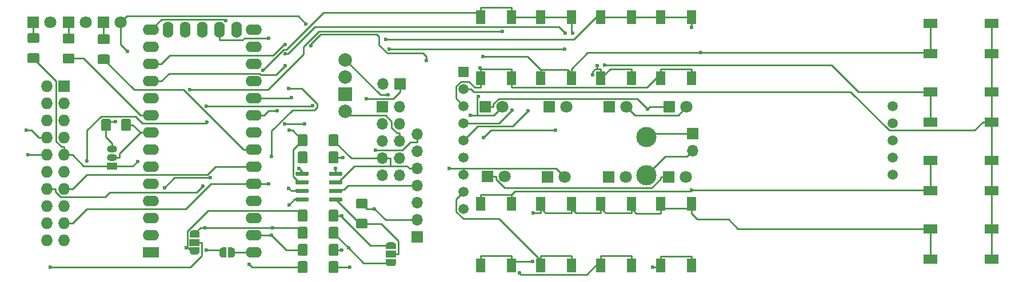
<source format=gbr>
G04 #@! TF.GenerationSoftware,KiCad,Pcbnew,(5.1.4)-1*
G04 #@! TF.CreationDate,2022-01-22T20:19:37+01:00*
G04 #@! TF.ProjectId,KRS-XL_CB6-9-12,4b52532d-584c-45f4-9342-362d392d3132,V01.01_work*
G04 #@! TF.SameCoordinates,Original*
G04 #@! TF.FileFunction,Copper,L1,Top*
G04 #@! TF.FilePolarity,Positive*
%FSLAX46Y46*%
G04 Gerber Fmt 4.6, Leading zero omitted, Abs format (unit mm)*
G04 Created by KiCad (PCBNEW (5.1.4)-1) date 2022-01-22 20:19:37*
%MOMM*%
%LPD*%
G04 APERTURE LIST*
%ADD10R,2.100000X1.400000*%
%ADD11C,0.500000*%
%ADD12C,0.100000*%
%ADD13R,1.500000X1.000000*%
%ADD14O,1.727200X1.727200*%
%ADD15R,1.727200X1.727200*%
%ADD16C,1.500000*%
%ADD17R,1.500000X1.500000*%
%ADD18R,1.400000X2.100000*%
%ADD19C,1.800000*%
%ADD20R,1.800000X1.800000*%
%ADD21C,1.425000*%
%ADD22R,1.500000X1.050000*%
%ADD23O,1.500000X1.050000*%
%ADD24O,1.700000X1.700000*%
%ADD25R,1.700000X1.700000*%
%ADD26O,1.600000X2.400000*%
%ADD27O,2.400000X1.600000*%
%ADD28R,2.400000X1.600000*%
%ADD29C,0.600000*%
%ADD30C,3.000000*%
%ADD31R,2.000000X2.000000*%
%ADD32C,2.000000*%
%ADD33C,0.250000*%
G04 APERTURE END LIST*
D10*
X184680000Y-73315000D03*
X184680000Y-77815000D03*
X193780000Y-77815000D03*
X193780000Y-73315000D03*
D11*
X81168000Y-86995000D03*
D12*
G36*
X81168000Y-86245602D02*
G01*
X81192534Y-86245602D01*
X81241365Y-86250412D01*
X81289490Y-86259984D01*
X81336445Y-86274228D01*
X81381778Y-86293005D01*
X81425051Y-86316136D01*
X81465850Y-86343396D01*
X81503779Y-86374524D01*
X81538476Y-86409221D01*
X81569604Y-86447150D01*
X81596864Y-86487949D01*
X81619995Y-86531222D01*
X81638772Y-86576555D01*
X81653016Y-86623510D01*
X81662588Y-86671635D01*
X81667398Y-86720466D01*
X81667398Y-86745000D01*
X81668000Y-86745000D01*
X81668000Y-87245000D01*
X81667398Y-87245000D01*
X81667398Y-87269534D01*
X81662588Y-87318365D01*
X81653016Y-87366490D01*
X81638772Y-87413445D01*
X81619995Y-87458778D01*
X81596864Y-87502051D01*
X81569604Y-87542850D01*
X81538476Y-87580779D01*
X81503779Y-87615476D01*
X81465850Y-87646604D01*
X81425051Y-87673864D01*
X81381778Y-87696995D01*
X81336445Y-87715772D01*
X81289490Y-87730016D01*
X81241365Y-87739588D01*
X81192534Y-87744398D01*
X81168000Y-87744398D01*
X81168000Y-87745000D01*
X80668000Y-87745000D01*
X80668000Y-86245000D01*
X81168000Y-86245000D01*
X81168000Y-86245602D01*
X81168000Y-86245602D01*
G37*
D11*
X79868000Y-86995000D03*
D12*
G36*
X80368000Y-87745000D02*
G01*
X79868000Y-87745000D01*
X79868000Y-87744398D01*
X79843466Y-87744398D01*
X79794635Y-87739588D01*
X79746510Y-87730016D01*
X79699555Y-87715772D01*
X79654222Y-87696995D01*
X79610949Y-87673864D01*
X79570150Y-87646604D01*
X79532221Y-87615476D01*
X79497524Y-87580779D01*
X79466396Y-87542850D01*
X79439136Y-87502051D01*
X79416005Y-87458778D01*
X79397228Y-87413445D01*
X79382984Y-87366490D01*
X79373412Y-87318365D01*
X79368602Y-87269534D01*
X79368602Y-87245000D01*
X79368000Y-87245000D01*
X79368000Y-86745000D01*
X79368602Y-86745000D01*
X79368602Y-86720466D01*
X79373412Y-86671635D01*
X79382984Y-86623510D01*
X79397228Y-86576555D01*
X79416005Y-86531222D01*
X79439136Y-86487949D01*
X79466396Y-86447150D01*
X79497524Y-86409221D01*
X79532221Y-86374524D01*
X79570150Y-86343396D01*
X79610949Y-86316136D01*
X79654222Y-86293005D01*
X79699555Y-86274228D01*
X79746510Y-86259984D01*
X79794635Y-86250412D01*
X79843466Y-86245602D01*
X79868000Y-86245602D01*
X79868000Y-86245000D01*
X80368000Y-86245000D01*
X80368000Y-87745000D01*
X80368000Y-87745000D01*
G37*
D13*
X75692000Y-85501000D03*
D11*
X75692000Y-86801000D03*
D12*
G36*
X76441398Y-86801000D02*
G01*
X76441398Y-86825534D01*
X76436588Y-86874365D01*
X76427016Y-86922490D01*
X76412772Y-86969445D01*
X76393995Y-87014778D01*
X76370864Y-87058051D01*
X76343604Y-87098850D01*
X76312476Y-87136779D01*
X76277779Y-87171476D01*
X76239850Y-87202604D01*
X76199051Y-87229864D01*
X76155778Y-87252995D01*
X76110445Y-87271772D01*
X76063490Y-87286016D01*
X76015365Y-87295588D01*
X75966534Y-87300398D01*
X75942000Y-87300398D01*
X75942000Y-87301000D01*
X75442000Y-87301000D01*
X75442000Y-87300398D01*
X75417466Y-87300398D01*
X75368635Y-87295588D01*
X75320510Y-87286016D01*
X75273555Y-87271772D01*
X75228222Y-87252995D01*
X75184949Y-87229864D01*
X75144150Y-87202604D01*
X75106221Y-87171476D01*
X75071524Y-87136779D01*
X75040396Y-87098850D01*
X75013136Y-87058051D01*
X74990005Y-87014778D01*
X74971228Y-86969445D01*
X74956984Y-86922490D01*
X74947412Y-86874365D01*
X74942602Y-86825534D01*
X74942602Y-86801000D01*
X74942000Y-86801000D01*
X74942000Y-86251000D01*
X76442000Y-86251000D01*
X76442000Y-86801000D01*
X76441398Y-86801000D01*
X76441398Y-86801000D01*
G37*
D11*
X75692000Y-84201000D03*
D12*
G36*
X74942000Y-84751000D02*
G01*
X74942000Y-84201000D01*
X74942602Y-84201000D01*
X74942602Y-84176466D01*
X74947412Y-84127635D01*
X74956984Y-84079510D01*
X74971228Y-84032555D01*
X74990005Y-83987222D01*
X75013136Y-83943949D01*
X75040396Y-83903150D01*
X75071524Y-83865221D01*
X75106221Y-83830524D01*
X75144150Y-83799396D01*
X75184949Y-83772136D01*
X75228222Y-83749005D01*
X75273555Y-83730228D01*
X75320510Y-83715984D01*
X75368635Y-83706412D01*
X75417466Y-83701602D01*
X75442000Y-83701602D01*
X75442000Y-83701000D01*
X75942000Y-83701000D01*
X75942000Y-83701602D01*
X75966534Y-83701602D01*
X76015365Y-83706412D01*
X76063490Y-83715984D01*
X76110445Y-83730228D01*
X76155778Y-83749005D01*
X76199051Y-83772136D01*
X76239850Y-83799396D01*
X76277779Y-83830524D01*
X76312476Y-83865221D01*
X76343604Y-83903150D01*
X76370864Y-83943949D01*
X76393995Y-83987222D01*
X76412772Y-84032555D01*
X76427016Y-84079510D01*
X76436588Y-84127635D01*
X76441398Y-84176466D01*
X76441398Y-84201000D01*
X76442000Y-84201000D01*
X76442000Y-84751000D01*
X74942000Y-84751000D01*
X74942000Y-84751000D01*
G37*
D13*
X104775000Y-87249000D03*
D11*
X104775000Y-85949000D03*
D12*
G36*
X104025602Y-85949000D02*
G01*
X104025602Y-85924466D01*
X104030412Y-85875635D01*
X104039984Y-85827510D01*
X104054228Y-85780555D01*
X104073005Y-85735222D01*
X104096136Y-85691949D01*
X104123396Y-85651150D01*
X104154524Y-85613221D01*
X104189221Y-85578524D01*
X104227150Y-85547396D01*
X104267949Y-85520136D01*
X104311222Y-85497005D01*
X104356555Y-85478228D01*
X104403510Y-85463984D01*
X104451635Y-85454412D01*
X104500466Y-85449602D01*
X104525000Y-85449602D01*
X104525000Y-85449000D01*
X105025000Y-85449000D01*
X105025000Y-85449602D01*
X105049534Y-85449602D01*
X105098365Y-85454412D01*
X105146490Y-85463984D01*
X105193445Y-85478228D01*
X105238778Y-85497005D01*
X105282051Y-85520136D01*
X105322850Y-85547396D01*
X105360779Y-85578524D01*
X105395476Y-85613221D01*
X105426604Y-85651150D01*
X105453864Y-85691949D01*
X105476995Y-85735222D01*
X105495772Y-85780555D01*
X105510016Y-85827510D01*
X105519588Y-85875635D01*
X105524398Y-85924466D01*
X105524398Y-85949000D01*
X105525000Y-85949000D01*
X105525000Y-86499000D01*
X104025000Y-86499000D01*
X104025000Y-85949000D01*
X104025602Y-85949000D01*
X104025602Y-85949000D01*
G37*
D11*
X104775000Y-88549000D03*
D12*
G36*
X105525000Y-87999000D02*
G01*
X105525000Y-88549000D01*
X105524398Y-88549000D01*
X105524398Y-88573534D01*
X105519588Y-88622365D01*
X105510016Y-88670490D01*
X105495772Y-88717445D01*
X105476995Y-88762778D01*
X105453864Y-88806051D01*
X105426604Y-88846850D01*
X105395476Y-88884779D01*
X105360779Y-88919476D01*
X105322850Y-88950604D01*
X105282051Y-88977864D01*
X105238778Y-89000995D01*
X105193445Y-89019772D01*
X105146490Y-89034016D01*
X105098365Y-89043588D01*
X105049534Y-89048398D01*
X105025000Y-89048398D01*
X105025000Y-89049000D01*
X104525000Y-89049000D01*
X104525000Y-89048398D01*
X104500466Y-89048398D01*
X104451635Y-89043588D01*
X104403510Y-89034016D01*
X104356555Y-89019772D01*
X104311222Y-89000995D01*
X104267949Y-88977864D01*
X104227150Y-88950604D01*
X104189221Y-88919476D01*
X104154524Y-88884779D01*
X104123396Y-88846850D01*
X104096136Y-88806051D01*
X104073005Y-88762778D01*
X104054228Y-88717445D01*
X104039984Y-88670490D01*
X104030412Y-88622365D01*
X104025602Y-88573534D01*
X104025602Y-88549000D01*
X104025000Y-88549000D01*
X104025000Y-87999000D01*
X105525000Y-87999000D01*
X105525000Y-87999000D01*
G37*
D14*
X53848000Y-85217000D03*
X56388000Y-85217000D03*
X53848000Y-82677000D03*
X56388000Y-82677000D03*
X53848000Y-80137000D03*
X56388000Y-80137000D03*
X53848000Y-77597000D03*
X56388000Y-77597000D03*
X53848000Y-75057000D03*
X56388000Y-75057000D03*
X53848000Y-72517000D03*
X56388000Y-72517000D03*
X53848000Y-69977000D03*
X56388000Y-69977000D03*
X53848000Y-67437000D03*
X56388000Y-67437000D03*
X53848000Y-64897000D03*
X56388000Y-64897000D03*
X53848000Y-62357000D03*
D15*
X56388000Y-62357000D03*
D16*
X179090000Y-75438000D03*
X179090000Y-72898000D03*
X179090000Y-70358000D03*
X179090000Y-67818000D03*
X179090000Y-65278000D03*
X115570000Y-80518000D03*
X115570000Y-77978000D03*
X115570000Y-75438000D03*
X115570000Y-72898000D03*
X115570000Y-70358000D03*
X115570000Y-67818000D03*
X115570000Y-65278000D03*
X115570000Y-62738000D03*
D17*
X115570000Y-60198000D03*
D18*
X144780000Y-88903400D03*
X149280000Y-88903400D03*
X149280000Y-79803400D03*
X144780000Y-79803400D03*
X118110000Y-88900000D03*
X122610000Y-88900000D03*
X122610000Y-79800000D03*
X118110000Y-79800000D03*
X144780000Y-61170000D03*
X149280000Y-61170000D03*
X149280000Y-52070000D03*
X144780000Y-52070000D03*
X135890000Y-61170000D03*
X140390000Y-61170000D03*
X140390000Y-52070000D03*
X135890000Y-52070000D03*
X127000000Y-61170000D03*
X131500000Y-61170000D03*
X131500000Y-52070000D03*
X127000000Y-52070000D03*
X118110000Y-61170000D03*
X122610000Y-61170000D03*
X122610000Y-52070000D03*
X118110000Y-52070000D03*
D19*
X139573000Y-75819000D03*
D20*
X137033000Y-75819000D03*
D19*
X121666000Y-75717400D03*
D20*
X119126000Y-75717400D03*
D19*
X148590000Y-65405000D03*
D20*
X146050000Y-65405000D03*
D19*
X139700000Y-65405000D03*
D20*
X137160000Y-65405000D03*
D19*
X130810000Y-65405000D03*
D20*
X128270000Y-65405000D03*
D19*
X121285000Y-65405000D03*
D20*
X118745000Y-65405000D03*
D12*
G36*
X101106504Y-79044704D02*
G01*
X101130773Y-79048304D01*
X101154571Y-79054265D01*
X101177671Y-79062530D01*
X101199849Y-79073020D01*
X101220893Y-79085633D01*
X101240598Y-79100247D01*
X101258777Y-79116723D01*
X101275253Y-79134902D01*
X101289867Y-79154607D01*
X101302480Y-79175651D01*
X101312970Y-79197829D01*
X101321235Y-79220929D01*
X101327196Y-79244727D01*
X101330796Y-79268996D01*
X101332000Y-79293500D01*
X101332000Y-80218500D01*
X101330796Y-80243004D01*
X101327196Y-80267273D01*
X101321235Y-80291071D01*
X101312970Y-80314171D01*
X101302480Y-80336349D01*
X101289867Y-80357393D01*
X101275253Y-80377098D01*
X101258777Y-80395277D01*
X101240598Y-80411753D01*
X101220893Y-80426367D01*
X101199849Y-80438980D01*
X101177671Y-80449470D01*
X101154571Y-80457735D01*
X101130773Y-80463696D01*
X101106504Y-80467296D01*
X101082000Y-80468500D01*
X99832000Y-80468500D01*
X99807496Y-80467296D01*
X99783227Y-80463696D01*
X99759429Y-80457735D01*
X99736329Y-80449470D01*
X99714151Y-80438980D01*
X99693107Y-80426367D01*
X99673402Y-80411753D01*
X99655223Y-80395277D01*
X99638747Y-80377098D01*
X99624133Y-80357393D01*
X99611520Y-80336349D01*
X99601030Y-80314171D01*
X99592765Y-80291071D01*
X99586804Y-80267273D01*
X99583204Y-80243004D01*
X99582000Y-80218500D01*
X99582000Y-79293500D01*
X99583204Y-79268996D01*
X99586804Y-79244727D01*
X99592765Y-79220929D01*
X99601030Y-79197829D01*
X99611520Y-79175651D01*
X99624133Y-79154607D01*
X99638747Y-79134902D01*
X99655223Y-79116723D01*
X99673402Y-79100247D01*
X99693107Y-79085633D01*
X99714151Y-79073020D01*
X99736329Y-79062530D01*
X99759429Y-79054265D01*
X99783227Y-79048304D01*
X99807496Y-79044704D01*
X99832000Y-79043500D01*
X101082000Y-79043500D01*
X101106504Y-79044704D01*
X101106504Y-79044704D01*
G37*
D21*
X100457000Y-79756000D03*
D12*
G36*
X101106504Y-82019704D02*
G01*
X101130773Y-82023304D01*
X101154571Y-82029265D01*
X101177671Y-82037530D01*
X101199849Y-82048020D01*
X101220893Y-82060633D01*
X101240598Y-82075247D01*
X101258777Y-82091723D01*
X101275253Y-82109902D01*
X101289867Y-82129607D01*
X101302480Y-82150651D01*
X101312970Y-82172829D01*
X101321235Y-82195929D01*
X101327196Y-82219727D01*
X101330796Y-82243996D01*
X101332000Y-82268500D01*
X101332000Y-83193500D01*
X101330796Y-83218004D01*
X101327196Y-83242273D01*
X101321235Y-83266071D01*
X101312970Y-83289171D01*
X101302480Y-83311349D01*
X101289867Y-83332393D01*
X101275253Y-83352098D01*
X101258777Y-83370277D01*
X101240598Y-83386753D01*
X101220893Y-83401367D01*
X101199849Y-83413980D01*
X101177671Y-83424470D01*
X101154571Y-83432735D01*
X101130773Y-83438696D01*
X101106504Y-83442296D01*
X101082000Y-83443500D01*
X99832000Y-83443500D01*
X99807496Y-83442296D01*
X99783227Y-83438696D01*
X99759429Y-83432735D01*
X99736329Y-83424470D01*
X99714151Y-83413980D01*
X99693107Y-83401367D01*
X99673402Y-83386753D01*
X99655223Y-83370277D01*
X99638747Y-83352098D01*
X99624133Y-83332393D01*
X99611520Y-83311349D01*
X99601030Y-83289171D01*
X99592765Y-83266071D01*
X99586804Y-83242273D01*
X99583204Y-83218004D01*
X99582000Y-83193500D01*
X99582000Y-82268500D01*
X99583204Y-82243996D01*
X99586804Y-82219727D01*
X99592765Y-82195929D01*
X99601030Y-82172829D01*
X99611520Y-82150651D01*
X99624133Y-82129607D01*
X99638747Y-82109902D01*
X99655223Y-82091723D01*
X99673402Y-82075247D01*
X99693107Y-82060633D01*
X99714151Y-82048020D01*
X99736329Y-82037530D01*
X99759429Y-82029265D01*
X99783227Y-82023304D01*
X99807496Y-82019704D01*
X99832000Y-82018500D01*
X101082000Y-82018500D01*
X101106504Y-82019704D01*
X101106504Y-82019704D01*
G37*
D21*
X100457000Y-82731000D03*
D18*
X135890000Y-88881400D03*
X140390000Y-88881400D03*
X140390000Y-79781400D03*
X135890000Y-79781400D03*
X127000000Y-88881400D03*
X131500000Y-88881400D03*
X131500000Y-79781400D03*
X127000000Y-79781400D03*
D19*
X148463000Y-75819000D03*
D20*
X145923000Y-75819000D03*
D19*
X130556000Y-75819000D03*
D20*
X128016000Y-75819000D03*
D22*
X63500000Y-74168000D03*
D23*
X63500000Y-71628000D03*
X63500000Y-72898000D03*
D24*
X108712000Y-69469000D03*
X108712000Y-72009000D03*
X108712000Y-74549000D03*
X108712000Y-77089000D03*
X108712000Y-79629000D03*
X108712000Y-82169000D03*
D25*
X108712000Y-84709000D03*
D19*
X54356000Y-52832000D03*
D20*
X51816000Y-52832000D03*
D19*
X59563000Y-52832000D03*
D20*
X57023000Y-52832000D03*
D19*
X64770000Y-52832000D03*
D20*
X62230000Y-52832000D03*
D10*
X184680000Y-83475000D03*
X184680000Y-87975000D03*
X193780000Y-87975000D03*
X193780000Y-83475000D03*
X184680000Y-63155000D03*
X184680000Y-67655000D03*
X193780000Y-67655000D03*
X193780000Y-63155000D03*
X184680000Y-52995000D03*
X184680000Y-57495000D03*
X193780000Y-57495000D03*
X193780000Y-52995000D03*
D12*
G36*
X52465504Y-57454704D02*
G01*
X52489773Y-57458304D01*
X52513571Y-57464265D01*
X52536671Y-57472530D01*
X52558849Y-57483020D01*
X52579893Y-57495633D01*
X52599598Y-57510247D01*
X52617777Y-57526723D01*
X52634253Y-57544902D01*
X52648867Y-57564607D01*
X52661480Y-57585651D01*
X52671970Y-57607829D01*
X52680235Y-57630929D01*
X52686196Y-57654727D01*
X52689796Y-57678996D01*
X52691000Y-57703500D01*
X52691000Y-58628500D01*
X52689796Y-58653004D01*
X52686196Y-58677273D01*
X52680235Y-58701071D01*
X52671970Y-58724171D01*
X52661480Y-58746349D01*
X52648867Y-58767393D01*
X52634253Y-58787098D01*
X52617777Y-58805277D01*
X52599598Y-58821753D01*
X52579893Y-58836367D01*
X52558849Y-58848980D01*
X52536671Y-58859470D01*
X52513571Y-58867735D01*
X52489773Y-58873696D01*
X52465504Y-58877296D01*
X52441000Y-58878500D01*
X51191000Y-58878500D01*
X51166496Y-58877296D01*
X51142227Y-58873696D01*
X51118429Y-58867735D01*
X51095329Y-58859470D01*
X51073151Y-58848980D01*
X51052107Y-58836367D01*
X51032402Y-58821753D01*
X51014223Y-58805277D01*
X50997747Y-58787098D01*
X50983133Y-58767393D01*
X50970520Y-58746349D01*
X50960030Y-58724171D01*
X50951765Y-58701071D01*
X50945804Y-58677273D01*
X50942204Y-58653004D01*
X50941000Y-58628500D01*
X50941000Y-57703500D01*
X50942204Y-57678996D01*
X50945804Y-57654727D01*
X50951765Y-57630929D01*
X50960030Y-57607829D01*
X50970520Y-57585651D01*
X50983133Y-57564607D01*
X50997747Y-57544902D01*
X51014223Y-57526723D01*
X51032402Y-57510247D01*
X51052107Y-57495633D01*
X51073151Y-57483020D01*
X51095329Y-57472530D01*
X51118429Y-57464265D01*
X51142227Y-57458304D01*
X51166496Y-57454704D01*
X51191000Y-57453500D01*
X52441000Y-57453500D01*
X52465504Y-57454704D01*
X52465504Y-57454704D01*
G37*
D21*
X51816000Y-58166000D03*
D12*
G36*
X52465504Y-54479704D02*
G01*
X52489773Y-54483304D01*
X52513571Y-54489265D01*
X52536671Y-54497530D01*
X52558849Y-54508020D01*
X52579893Y-54520633D01*
X52599598Y-54535247D01*
X52617777Y-54551723D01*
X52634253Y-54569902D01*
X52648867Y-54589607D01*
X52661480Y-54610651D01*
X52671970Y-54632829D01*
X52680235Y-54655929D01*
X52686196Y-54679727D01*
X52689796Y-54703996D01*
X52691000Y-54728500D01*
X52691000Y-55653500D01*
X52689796Y-55678004D01*
X52686196Y-55702273D01*
X52680235Y-55726071D01*
X52671970Y-55749171D01*
X52661480Y-55771349D01*
X52648867Y-55792393D01*
X52634253Y-55812098D01*
X52617777Y-55830277D01*
X52599598Y-55846753D01*
X52579893Y-55861367D01*
X52558849Y-55873980D01*
X52536671Y-55884470D01*
X52513571Y-55892735D01*
X52489773Y-55898696D01*
X52465504Y-55902296D01*
X52441000Y-55903500D01*
X51191000Y-55903500D01*
X51166496Y-55902296D01*
X51142227Y-55898696D01*
X51118429Y-55892735D01*
X51095329Y-55884470D01*
X51073151Y-55873980D01*
X51052107Y-55861367D01*
X51032402Y-55846753D01*
X51014223Y-55830277D01*
X50997747Y-55812098D01*
X50983133Y-55792393D01*
X50970520Y-55771349D01*
X50960030Y-55749171D01*
X50951765Y-55726071D01*
X50945804Y-55702273D01*
X50942204Y-55678004D01*
X50941000Y-55653500D01*
X50941000Y-54728500D01*
X50942204Y-54703996D01*
X50945804Y-54679727D01*
X50951765Y-54655929D01*
X50960030Y-54632829D01*
X50970520Y-54610651D01*
X50983133Y-54589607D01*
X50997747Y-54569902D01*
X51014223Y-54551723D01*
X51032402Y-54535247D01*
X51052107Y-54520633D01*
X51073151Y-54508020D01*
X51095329Y-54497530D01*
X51118429Y-54489265D01*
X51142227Y-54483304D01*
X51166496Y-54479704D01*
X51191000Y-54478500D01*
X52441000Y-54478500D01*
X52465504Y-54479704D01*
X52465504Y-54479704D01*
G37*
D21*
X51816000Y-55191000D03*
D12*
G36*
X57672504Y-57508704D02*
G01*
X57696773Y-57512304D01*
X57720571Y-57518265D01*
X57743671Y-57526530D01*
X57765849Y-57537020D01*
X57786893Y-57549633D01*
X57806598Y-57564247D01*
X57824777Y-57580723D01*
X57841253Y-57598902D01*
X57855867Y-57618607D01*
X57868480Y-57639651D01*
X57878970Y-57661829D01*
X57887235Y-57684929D01*
X57893196Y-57708727D01*
X57896796Y-57732996D01*
X57898000Y-57757500D01*
X57898000Y-58682500D01*
X57896796Y-58707004D01*
X57893196Y-58731273D01*
X57887235Y-58755071D01*
X57878970Y-58778171D01*
X57868480Y-58800349D01*
X57855867Y-58821393D01*
X57841253Y-58841098D01*
X57824777Y-58859277D01*
X57806598Y-58875753D01*
X57786893Y-58890367D01*
X57765849Y-58902980D01*
X57743671Y-58913470D01*
X57720571Y-58921735D01*
X57696773Y-58927696D01*
X57672504Y-58931296D01*
X57648000Y-58932500D01*
X56398000Y-58932500D01*
X56373496Y-58931296D01*
X56349227Y-58927696D01*
X56325429Y-58921735D01*
X56302329Y-58913470D01*
X56280151Y-58902980D01*
X56259107Y-58890367D01*
X56239402Y-58875753D01*
X56221223Y-58859277D01*
X56204747Y-58841098D01*
X56190133Y-58821393D01*
X56177520Y-58800349D01*
X56167030Y-58778171D01*
X56158765Y-58755071D01*
X56152804Y-58731273D01*
X56149204Y-58707004D01*
X56148000Y-58682500D01*
X56148000Y-57757500D01*
X56149204Y-57732996D01*
X56152804Y-57708727D01*
X56158765Y-57684929D01*
X56167030Y-57661829D01*
X56177520Y-57639651D01*
X56190133Y-57618607D01*
X56204747Y-57598902D01*
X56221223Y-57580723D01*
X56239402Y-57564247D01*
X56259107Y-57549633D01*
X56280151Y-57537020D01*
X56302329Y-57526530D01*
X56325429Y-57518265D01*
X56349227Y-57512304D01*
X56373496Y-57508704D01*
X56398000Y-57507500D01*
X57648000Y-57507500D01*
X57672504Y-57508704D01*
X57672504Y-57508704D01*
G37*
D21*
X57023000Y-58220000D03*
D12*
G36*
X57672504Y-54533704D02*
G01*
X57696773Y-54537304D01*
X57720571Y-54543265D01*
X57743671Y-54551530D01*
X57765849Y-54562020D01*
X57786893Y-54574633D01*
X57806598Y-54589247D01*
X57824777Y-54605723D01*
X57841253Y-54623902D01*
X57855867Y-54643607D01*
X57868480Y-54664651D01*
X57878970Y-54686829D01*
X57887235Y-54709929D01*
X57893196Y-54733727D01*
X57896796Y-54757996D01*
X57898000Y-54782500D01*
X57898000Y-55707500D01*
X57896796Y-55732004D01*
X57893196Y-55756273D01*
X57887235Y-55780071D01*
X57878970Y-55803171D01*
X57868480Y-55825349D01*
X57855867Y-55846393D01*
X57841253Y-55866098D01*
X57824777Y-55884277D01*
X57806598Y-55900753D01*
X57786893Y-55915367D01*
X57765849Y-55927980D01*
X57743671Y-55938470D01*
X57720571Y-55946735D01*
X57696773Y-55952696D01*
X57672504Y-55956296D01*
X57648000Y-55957500D01*
X56398000Y-55957500D01*
X56373496Y-55956296D01*
X56349227Y-55952696D01*
X56325429Y-55946735D01*
X56302329Y-55938470D01*
X56280151Y-55927980D01*
X56259107Y-55915367D01*
X56239402Y-55900753D01*
X56221223Y-55884277D01*
X56204747Y-55866098D01*
X56190133Y-55846393D01*
X56177520Y-55825349D01*
X56167030Y-55803171D01*
X56158765Y-55780071D01*
X56152804Y-55756273D01*
X56149204Y-55732004D01*
X56148000Y-55707500D01*
X56148000Y-54782500D01*
X56149204Y-54757996D01*
X56152804Y-54733727D01*
X56158765Y-54709929D01*
X56167030Y-54686829D01*
X56177520Y-54664651D01*
X56190133Y-54643607D01*
X56204747Y-54623902D01*
X56221223Y-54605723D01*
X56239402Y-54589247D01*
X56259107Y-54574633D01*
X56280151Y-54562020D01*
X56302329Y-54551530D01*
X56325429Y-54543265D01*
X56349227Y-54537304D01*
X56373496Y-54533704D01*
X56398000Y-54532500D01*
X57648000Y-54532500D01*
X57672504Y-54533704D01*
X57672504Y-54533704D01*
G37*
D21*
X57023000Y-55245000D03*
D12*
G36*
X62879504Y-57635704D02*
G01*
X62903773Y-57639304D01*
X62927571Y-57645265D01*
X62950671Y-57653530D01*
X62972849Y-57664020D01*
X62993893Y-57676633D01*
X63013598Y-57691247D01*
X63031777Y-57707723D01*
X63048253Y-57725902D01*
X63062867Y-57745607D01*
X63075480Y-57766651D01*
X63085970Y-57788829D01*
X63094235Y-57811929D01*
X63100196Y-57835727D01*
X63103796Y-57859996D01*
X63105000Y-57884500D01*
X63105000Y-58809500D01*
X63103796Y-58834004D01*
X63100196Y-58858273D01*
X63094235Y-58882071D01*
X63085970Y-58905171D01*
X63075480Y-58927349D01*
X63062867Y-58948393D01*
X63048253Y-58968098D01*
X63031777Y-58986277D01*
X63013598Y-59002753D01*
X62993893Y-59017367D01*
X62972849Y-59029980D01*
X62950671Y-59040470D01*
X62927571Y-59048735D01*
X62903773Y-59054696D01*
X62879504Y-59058296D01*
X62855000Y-59059500D01*
X61605000Y-59059500D01*
X61580496Y-59058296D01*
X61556227Y-59054696D01*
X61532429Y-59048735D01*
X61509329Y-59040470D01*
X61487151Y-59029980D01*
X61466107Y-59017367D01*
X61446402Y-59002753D01*
X61428223Y-58986277D01*
X61411747Y-58968098D01*
X61397133Y-58948393D01*
X61384520Y-58927349D01*
X61374030Y-58905171D01*
X61365765Y-58882071D01*
X61359804Y-58858273D01*
X61356204Y-58834004D01*
X61355000Y-58809500D01*
X61355000Y-57884500D01*
X61356204Y-57859996D01*
X61359804Y-57835727D01*
X61365765Y-57811929D01*
X61374030Y-57788829D01*
X61384520Y-57766651D01*
X61397133Y-57745607D01*
X61411747Y-57725902D01*
X61428223Y-57707723D01*
X61446402Y-57691247D01*
X61466107Y-57676633D01*
X61487151Y-57664020D01*
X61509329Y-57653530D01*
X61532429Y-57645265D01*
X61556227Y-57639304D01*
X61580496Y-57635704D01*
X61605000Y-57634500D01*
X62855000Y-57634500D01*
X62879504Y-57635704D01*
X62879504Y-57635704D01*
G37*
D21*
X62230000Y-58347000D03*
D12*
G36*
X62879504Y-54660704D02*
G01*
X62903773Y-54664304D01*
X62927571Y-54670265D01*
X62950671Y-54678530D01*
X62972849Y-54689020D01*
X62993893Y-54701633D01*
X63013598Y-54716247D01*
X63031777Y-54732723D01*
X63048253Y-54750902D01*
X63062867Y-54770607D01*
X63075480Y-54791651D01*
X63085970Y-54813829D01*
X63094235Y-54836929D01*
X63100196Y-54860727D01*
X63103796Y-54884996D01*
X63105000Y-54909500D01*
X63105000Y-55834500D01*
X63103796Y-55859004D01*
X63100196Y-55883273D01*
X63094235Y-55907071D01*
X63085970Y-55930171D01*
X63075480Y-55952349D01*
X63062867Y-55973393D01*
X63048253Y-55993098D01*
X63031777Y-56011277D01*
X63013598Y-56027753D01*
X62993893Y-56042367D01*
X62972849Y-56054980D01*
X62950671Y-56065470D01*
X62927571Y-56073735D01*
X62903773Y-56079696D01*
X62879504Y-56083296D01*
X62855000Y-56084500D01*
X61605000Y-56084500D01*
X61580496Y-56083296D01*
X61556227Y-56079696D01*
X61532429Y-56073735D01*
X61509329Y-56065470D01*
X61487151Y-56054980D01*
X61466107Y-56042367D01*
X61446402Y-56027753D01*
X61428223Y-56011277D01*
X61411747Y-55993098D01*
X61397133Y-55973393D01*
X61384520Y-55952349D01*
X61374030Y-55930171D01*
X61365765Y-55907071D01*
X61359804Y-55883273D01*
X61356204Y-55859004D01*
X61355000Y-55834500D01*
X61355000Y-54909500D01*
X61356204Y-54884996D01*
X61359804Y-54860727D01*
X61365765Y-54836929D01*
X61374030Y-54813829D01*
X61384520Y-54791651D01*
X61397133Y-54770607D01*
X61411747Y-54750902D01*
X61428223Y-54732723D01*
X61446402Y-54716247D01*
X61466107Y-54701633D01*
X61487151Y-54689020D01*
X61509329Y-54678530D01*
X61532429Y-54670265D01*
X61556227Y-54664304D01*
X61580496Y-54660704D01*
X61605000Y-54659500D01*
X62855000Y-54659500D01*
X62879504Y-54660704D01*
X62879504Y-54660704D01*
G37*
D21*
X62230000Y-55372000D03*
D24*
X103632000Y-61976000D03*
D25*
X106172000Y-61976000D03*
D26*
X81915000Y-53975000D03*
X79375000Y-53975000D03*
X76835000Y-53975000D03*
X74295000Y-53975000D03*
X71755000Y-53975000D03*
D27*
X84455000Y-86995000D03*
X69215000Y-53975000D03*
X84455000Y-84455000D03*
X69215000Y-56515000D03*
X84455000Y-81915000D03*
X69215000Y-59055000D03*
X84455000Y-79375000D03*
X69215000Y-61595000D03*
X84455000Y-76835000D03*
X69215000Y-64135000D03*
X84455000Y-74295000D03*
X69215000Y-66675000D03*
X84455000Y-71755000D03*
X69215000Y-69215000D03*
X84455000Y-69215000D03*
X69215000Y-71755000D03*
X84455000Y-66675000D03*
X69215000Y-74295000D03*
X84455000Y-64135000D03*
X69215000Y-76835000D03*
X84455000Y-61595000D03*
X69215000Y-79375000D03*
X84455000Y-59055000D03*
X69215000Y-81915000D03*
X84455000Y-56515000D03*
X69215000Y-84455000D03*
X84455000Y-53975000D03*
D28*
X69215000Y-86995000D03*
D12*
G36*
X92465603Y-78821722D02*
G01*
X92480164Y-78823882D01*
X92494443Y-78827459D01*
X92508303Y-78832418D01*
X92521610Y-78838712D01*
X92534236Y-78846280D01*
X92546059Y-78855048D01*
X92556966Y-78864934D01*
X92566852Y-78875841D01*
X92575620Y-78887664D01*
X92583188Y-78900290D01*
X92589482Y-78913597D01*
X92594441Y-78927457D01*
X92598018Y-78941736D01*
X92600178Y-78956297D01*
X92600900Y-78971000D01*
X92600900Y-79271000D01*
X92600178Y-79285703D01*
X92598018Y-79300264D01*
X92594441Y-79314543D01*
X92589482Y-79328403D01*
X92583188Y-79341710D01*
X92575620Y-79354336D01*
X92566852Y-79366159D01*
X92556966Y-79377066D01*
X92546059Y-79386952D01*
X92534236Y-79395720D01*
X92521610Y-79403288D01*
X92508303Y-79409582D01*
X92494443Y-79414541D01*
X92480164Y-79418118D01*
X92465603Y-79420278D01*
X92450900Y-79421000D01*
X90800900Y-79421000D01*
X90786197Y-79420278D01*
X90771636Y-79418118D01*
X90757357Y-79414541D01*
X90743497Y-79409582D01*
X90730190Y-79403288D01*
X90717564Y-79395720D01*
X90705741Y-79386952D01*
X90694834Y-79377066D01*
X90684948Y-79366159D01*
X90676180Y-79354336D01*
X90668612Y-79341710D01*
X90662318Y-79328403D01*
X90657359Y-79314543D01*
X90653782Y-79300264D01*
X90651622Y-79285703D01*
X90650900Y-79271000D01*
X90650900Y-78971000D01*
X90651622Y-78956297D01*
X90653782Y-78941736D01*
X90657359Y-78927457D01*
X90662318Y-78913597D01*
X90668612Y-78900290D01*
X90676180Y-78887664D01*
X90684948Y-78875841D01*
X90694834Y-78864934D01*
X90705741Y-78855048D01*
X90717564Y-78846280D01*
X90730190Y-78838712D01*
X90743497Y-78832418D01*
X90757357Y-78827459D01*
X90771636Y-78823882D01*
X90786197Y-78821722D01*
X90800900Y-78821000D01*
X92450900Y-78821000D01*
X92465603Y-78821722D01*
X92465603Y-78821722D01*
G37*
D29*
X91625900Y-79121000D03*
D12*
G36*
X92465603Y-77551722D02*
G01*
X92480164Y-77553882D01*
X92494443Y-77557459D01*
X92508303Y-77562418D01*
X92521610Y-77568712D01*
X92534236Y-77576280D01*
X92546059Y-77585048D01*
X92556966Y-77594934D01*
X92566852Y-77605841D01*
X92575620Y-77617664D01*
X92583188Y-77630290D01*
X92589482Y-77643597D01*
X92594441Y-77657457D01*
X92598018Y-77671736D01*
X92600178Y-77686297D01*
X92600900Y-77701000D01*
X92600900Y-78001000D01*
X92600178Y-78015703D01*
X92598018Y-78030264D01*
X92594441Y-78044543D01*
X92589482Y-78058403D01*
X92583188Y-78071710D01*
X92575620Y-78084336D01*
X92566852Y-78096159D01*
X92556966Y-78107066D01*
X92546059Y-78116952D01*
X92534236Y-78125720D01*
X92521610Y-78133288D01*
X92508303Y-78139582D01*
X92494443Y-78144541D01*
X92480164Y-78148118D01*
X92465603Y-78150278D01*
X92450900Y-78151000D01*
X90800900Y-78151000D01*
X90786197Y-78150278D01*
X90771636Y-78148118D01*
X90757357Y-78144541D01*
X90743497Y-78139582D01*
X90730190Y-78133288D01*
X90717564Y-78125720D01*
X90705741Y-78116952D01*
X90694834Y-78107066D01*
X90684948Y-78096159D01*
X90676180Y-78084336D01*
X90668612Y-78071710D01*
X90662318Y-78058403D01*
X90657359Y-78044543D01*
X90653782Y-78030264D01*
X90651622Y-78015703D01*
X90650900Y-78001000D01*
X90650900Y-77701000D01*
X90651622Y-77686297D01*
X90653782Y-77671736D01*
X90657359Y-77657457D01*
X90662318Y-77643597D01*
X90668612Y-77630290D01*
X90676180Y-77617664D01*
X90684948Y-77605841D01*
X90694834Y-77594934D01*
X90705741Y-77585048D01*
X90717564Y-77576280D01*
X90730190Y-77568712D01*
X90743497Y-77562418D01*
X90757357Y-77557459D01*
X90771636Y-77553882D01*
X90786197Y-77551722D01*
X90800900Y-77551000D01*
X92450900Y-77551000D01*
X92465603Y-77551722D01*
X92465603Y-77551722D01*
G37*
D29*
X91625900Y-77851000D03*
D12*
G36*
X92465603Y-76281722D02*
G01*
X92480164Y-76283882D01*
X92494443Y-76287459D01*
X92508303Y-76292418D01*
X92521610Y-76298712D01*
X92534236Y-76306280D01*
X92546059Y-76315048D01*
X92556966Y-76324934D01*
X92566852Y-76335841D01*
X92575620Y-76347664D01*
X92583188Y-76360290D01*
X92589482Y-76373597D01*
X92594441Y-76387457D01*
X92598018Y-76401736D01*
X92600178Y-76416297D01*
X92600900Y-76431000D01*
X92600900Y-76731000D01*
X92600178Y-76745703D01*
X92598018Y-76760264D01*
X92594441Y-76774543D01*
X92589482Y-76788403D01*
X92583188Y-76801710D01*
X92575620Y-76814336D01*
X92566852Y-76826159D01*
X92556966Y-76837066D01*
X92546059Y-76846952D01*
X92534236Y-76855720D01*
X92521610Y-76863288D01*
X92508303Y-76869582D01*
X92494443Y-76874541D01*
X92480164Y-76878118D01*
X92465603Y-76880278D01*
X92450900Y-76881000D01*
X90800900Y-76881000D01*
X90786197Y-76880278D01*
X90771636Y-76878118D01*
X90757357Y-76874541D01*
X90743497Y-76869582D01*
X90730190Y-76863288D01*
X90717564Y-76855720D01*
X90705741Y-76846952D01*
X90694834Y-76837066D01*
X90684948Y-76826159D01*
X90676180Y-76814336D01*
X90668612Y-76801710D01*
X90662318Y-76788403D01*
X90657359Y-76774543D01*
X90653782Y-76760264D01*
X90651622Y-76745703D01*
X90650900Y-76731000D01*
X90650900Y-76431000D01*
X90651622Y-76416297D01*
X90653782Y-76401736D01*
X90657359Y-76387457D01*
X90662318Y-76373597D01*
X90668612Y-76360290D01*
X90676180Y-76347664D01*
X90684948Y-76335841D01*
X90694834Y-76324934D01*
X90705741Y-76315048D01*
X90717564Y-76306280D01*
X90730190Y-76298712D01*
X90743497Y-76292418D01*
X90757357Y-76287459D01*
X90771636Y-76283882D01*
X90786197Y-76281722D01*
X90800900Y-76281000D01*
X92450900Y-76281000D01*
X92465603Y-76281722D01*
X92465603Y-76281722D01*
G37*
D29*
X91625900Y-76581000D03*
D12*
G36*
X92465603Y-75011722D02*
G01*
X92480164Y-75013882D01*
X92494443Y-75017459D01*
X92508303Y-75022418D01*
X92521610Y-75028712D01*
X92534236Y-75036280D01*
X92546059Y-75045048D01*
X92556966Y-75054934D01*
X92566852Y-75065841D01*
X92575620Y-75077664D01*
X92583188Y-75090290D01*
X92589482Y-75103597D01*
X92594441Y-75117457D01*
X92598018Y-75131736D01*
X92600178Y-75146297D01*
X92600900Y-75161000D01*
X92600900Y-75461000D01*
X92600178Y-75475703D01*
X92598018Y-75490264D01*
X92594441Y-75504543D01*
X92589482Y-75518403D01*
X92583188Y-75531710D01*
X92575620Y-75544336D01*
X92566852Y-75556159D01*
X92556966Y-75567066D01*
X92546059Y-75576952D01*
X92534236Y-75585720D01*
X92521610Y-75593288D01*
X92508303Y-75599582D01*
X92494443Y-75604541D01*
X92480164Y-75608118D01*
X92465603Y-75610278D01*
X92450900Y-75611000D01*
X90800900Y-75611000D01*
X90786197Y-75610278D01*
X90771636Y-75608118D01*
X90757357Y-75604541D01*
X90743497Y-75599582D01*
X90730190Y-75593288D01*
X90717564Y-75585720D01*
X90705741Y-75576952D01*
X90694834Y-75567066D01*
X90684948Y-75556159D01*
X90676180Y-75544336D01*
X90668612Y-75531710D01*
X90662318Y-75518403D01*
X90657359Y-75504543D01*
X90653782Y-75490264D01*
X90651622Y-75475703D01*
X90650900Y-75461000D01*
X90650900Y-75161000D01*
X90651622Y-75146297D01*
X90653782Y-75131736D01*
X90657359Y-75117457D01*
X90662318Y-75103597D01*
X90668612Y-75090290D01*
X90676180Y-75077664D01*
X90684948Y-75065841D01*
X90694834Y-75054934D01*
X90705741Y-75045048D01*
X90717564Y-75036280D01*
X90730190Y-75028712D01*
X90743497Y-75022418D01*
X90757357Y-75017459D01*
X90771636Y-75013882D01*
X90786197Y-75011722D01*
X90800900Y-75011000D01*
X92450900Y-75011000D01*
X92465603Y-75011722D01*
X92465603Y-75011722D01*
G37*
D29*
X91625900Y-75311000D03*
D12*
G36*
X97415603Y-75011722D02*
G01*
X97430164Y-75013882D01*
X97444443Y-75017459D01*
X97458303Y-75022418D01*
X97471610Y-75028712D01*
X97484236Y-75036280D01*
X97496059Y-75045048D01*
X97506966Y-75054934D01*
X97516852Y-75065841D01*
X97525620Y-75077664D01*
X97533188Y-75090290D01*
X97539482Y-75103597D01*
X97544441Y-75117457D01*
X97548018Y-75131736D01*
X97550178Y-75146297D01*
X97550900Y-75161000D01*
X97550900Y-75461000D01*
X97550178Y-75475703D01*
X97548018Y-75490264D01*
X97544441Y-75504543D01*
X97539482Y-75518403D01*
X97533188Y-75531710D01*
X97525620Y-75544336D01*
X97516852Y-75556159D01*
X97506966Y-75567066D01*
X97496059Y-75576952D01*
X97484236Y-75585720D01*
X97471610Y-75593288D01*
X97458303Y-75599582D01*
X97444443Y-75604541D01*
X97430164Y-75608118D01*
X97415603Y-75610278D01*
X97400900Y-75611000D01*
X95750900Y-75611000D01*
X95736197Y-75610278D01*
X95721636Y-75608118D01*
X95707357Y-75604541D01*
X95693497Y-75599582D01*
X95680190Y-75593288D01*
X95667564Y-75585720D01*
X95655741Y-75576952D01*
X95644834Y-75567066D01*
X95634948Y-75556159D01*
X95626180Y-75544336D01*
X95618612Y-75531710D01*
X95612318Y-75518403D01*
X95607359Y-75504543D01*
X95603782Y-75490264D01*
X95601622Y-75475703D01*
X95600900Y-75461000D01*
X95600900Y-75161000D01*
X95601622Y-75146297D01*
X95603782Y-75131736D01*
X95607359Y-75117457D01*
X95612318Y-75103597D01*
X95618612Y-75090290D01*
X95626180Y-75077664D01*
X95634948Y-75065841D01*
X95644834Y-75054934D01*
X95655741Y-75045048D01*
X95667564Y-75036280D01*
X95680190Y-75028712D01*
X95693497Y-75022418D01*
X95707357Y-75017459D01*
X95721636Y-75013882D01*
X95736197Y-75011722D01*
X95750900Y-75011000D01*
X97400900Y-75011000D01*
X97415603Y-75011722D01*
X97415603Y-75011722D01*
G37*
D29*
X96575900Y-75311000D03*
D12*
G36*
X97415603Y-76281722D02*
G01*
X97430164Y-76283882D01*
X97444443Y-76287459D01*
X97458303Y-76292418D01*
X97471610Y-76298712D01*
X97484236Y-76306280D01*
X97496059Y-76315048D01*
X97506966Y-76324934D01*
X97516852Y-76335841D01*
X97525620Y-76347664D01*
X97533188Y-76360290D01*
X97539482Y-76373597D01*
X97544441Y-76387457D01*
X97548018Y-76401736D01*
X97550178Y-76416297D01*
X97550900Y-76431000D01*
X97550900Y-76731000D01*
X97550178Y-76745703D01*
X97548018Y-76760264D01*
X97544441Y-76774543D01*
X97539482Y-76788403D01*
X97533188Y-76801710D01*
X97525620Y-76814336D01*
X97516852Y-76826159D01*
X97506966Y-76837066D01*
X97496059Y-76846952D01*
X97484236Y-76855720D01*
X97471610Y-76863288D01*
X97458303Y-76869582D01*
X97444443Y-76874541D01*
X97430164Y-76878118D01*
X97415603Y-76880278D01*
X97400900Y-76881000D01*
X95750900Y-76881000D01*
X95736197Y-76880278D01*
X95721636Y-76878118D01*
X95707357Y-76874541D01*
X95693497Y-76869582D01*
X95680190Y-76863288D01*
X95667564Y-76855720D01*
X95655741Y-76846952D01*
X95644834Y-76837066D01*
X95634948Y-76826159D01*
X95626180Y-76814336D01*
X95618612Y-76801710D01*
X95612318Y-76788403D01*
X95607359Y-76774543D01*
X95603782Y-76760264D01*
X95601622Y-76745703D01*
X95600900Y-76731000D01*
X95600900Y-76431000D01*
X95601622Y-76416297D01*
X95603782Y-76401736D01*
X95607359Y-76387457D01*
X95612318Y-76373597D01*
X95618612Y-76360290D01*
X95626180Y-76347664D01*
X95634948Y-76335841D01*
X95644834Y-76324934D01*
X95655741Y-76315048D01*
X95667564Y-76306280D01*
X95680190Y-76298712D01*
X95693497Y-76292418D01*
X95707357Y-76287459D01*
X95721636Y-76283882D01*
X95736197Y-76281722D01*
X95750900Y-76281000D01*
X97400900Y-76281000D01*
X97415603Y-76281722D01*
X97415603Y-76281722D01*
G37*
D29*
X96575900Y-76581000D03*
D12*
G36*
X97415603Y-77551722D02*
G01*
X97430164Y-77553882D01*
X97444443Y-77557459D01*
X97458303Y-77562418D01*
X97471610Y-77568712D01*
X97484236Y-77576280D01*
X97496059Y-77585048D01*
X97506966Y-77594934D01*
X97516852Y-77605841D01*
X97525620Y-77617664D01*
X97533188Y-77630290D01*
X97539482Y-77643597D01*
X97544441Y-77657457D01*
X97548018Y-77671736D01*
X97550178Y-77686297D01*
X97550900Y-77701000D01*
X97550900Y-78001000D01*
X97550178Y-78015703D01*
X97548018Y-78030264D01*
X97544441Y-78044543D01*
X97539482Y-78058403D01*
X97533188Y-78071710D01*
X97525620Y-78084336D01*
X97516852Y-78096159D01*
X97506966Y-78107066D01*
X97496059Y-78116952D01*
X97484236Y-78125720D01*
X97471610Y-78133288D01*
X97458303Y-78139582D01*
X97444443Y-78144541D01*
X97430164Y-78148118D01*
X97415603Y-78150278D01*
X97400900Y-78151000D01*
X95750900Y-78151000D01*
X95736197Y-78150278D01*
X95721636Y-78148118D01*
X95707357Y-78144541D01*
X95693497Y-78139582D01*
X95680190Y-78133288D01*
X95667564Y-78125720D01*
X95655741Y-78116952D01*
X95644834Y-78107066D01*
X95634948Y-78096159D01*
X95626180Y-78084336D01*
X95618612Y-78071710D01*
X95612318Y-78058403D01*
X95607359Y-78044543D01*
X95603782Y-78030264D01*
X95601622Y-78015703D01*
X95600900Y-78001000D01*
X95600900Y-77701000D01*
X95601622Y-77686297D01*
X95603782Y-77671736D01*
X95607359Y-77657457D01*
X95612318Y-77643597D01*
X95618612Y-77630290D01*
X95626180Y-77617664D01*
X95634948Y-77605841D01*
X95644834Y-77594934D01*
X95655741Y-77585048D01*
X95667564Y-77576280D01*
X95680190Y-77568712D01*
X95693497Y-77562418D01*
X95707357Y-77557459D01*
X95721636Y-77553882D01*
X95736197Y-77551722D01*
X95750900Y-77551000D01*
X97400900Y-77551000D01*
X97415603Y-77551722D01*
X97415603Y-77551722D01*
G37*
D29*
X96575900Y-77851000D03*
D12*
G36*
X97415603Y-78821722D02*
G01*
X97430164Y-78823882D01*
X97444443Y-78827459D01*
X97458303Y-78832418D01*
X97471610Y-78838712D01*
X97484236Y-78846280D01*
X97496059Y-78855048D01*
X97506966Y-78864934D01*
X97516852Y-78875841D01*
X97525620Y-78887664D01*
X97533188Y-78900290D01*
X97539482Y-78913597D01*
X97544441Y-78927457D01*
X97548018Y-78941736D01*
X97550178Y-78956297D01*
X97550900Y-78971000D01*
X97550900Y-79271000D01*
X97550178Y-79285703D01*
X97548018Y-79300264D01*
X97544441Y-79314543D01*
X97539482Y-79328403D01*
X97533188Y-79341710D01*
X97525620Y-79354336D01*
X97516852Y-79366159D01*
X97506966Y-79377066D01*
X97496059Y-79386952D01*
X97484236Y-79395720D01*
X97471610Y-79403288D01*
X97458303Y-79409582D01*
X97444443Y-79414541D01*
X97430164Y-79418118D01*
X97415603Y-79420278D01*
X97400900Y-79421000D01*
X95750900Y-79421000D01*
X95736197Y-79420278D01*
X95721636Y-79418118D01*
X95707357Y-79414541D01*
X95693497Y-79409582D01*
X95680190Y-79403288D01*
X95667564Y-79395720D01*
X95655741Y-79386952D01*
X95644834Y-79377066D01*
X95634948Y-79366159D01*
X95626180Y-79354336D01*
X95618612Y-79341710D01*
X95612318Y-79328403D01*
X95607359Y-79314543D01*
X95603782Y-79300264D01*
X95601622Y-79285703D01*
X95600900Y-79271000D01*
X95600900Y-78971000D01*
X95601622Y-78956297D01*
X95603782Y-78941736D01*
X95607359Y-78927457D01*
X95612318Y-78913597D01*
X95618612Y-78900290D01*
X95626180Y-78887664D01*
X95634948Y-78875841D01*
X95644834Y-78864934D01*
X95655741Y-78855048D01*
X95667564Y-78846280D01*
X95680190Y-78838712D01*
X95693497Y-78832418D01*
X95707357Y-78827459D01*
X95721636Y-78823882D01*
X95736197Y-78821722D01*
X95750900Y-78821000D01*
X97400900Y-78821000D01*
X97415603Y-78821722D01*
X97415603Y-78821722D01*
G37*
D29*
X96575900Y-79121000D03*
D25*
X103505000Y-65405000D03*
D24*
X103505000Y-67945000D03*
X103505000Y-70485000D03*
X103505000Y-73025000D03*
X103505000Y-75565000D03*
X106045000Y-75565000D03*
X106045000Y-73025000D03*
X106045000Y-70485000D03*
X106045000Y-67945000D03*
X106045000Y-65405000D03*
D30*
X142621000Y-69850000D03*
X142621000Y-75565000D03*
D25*
X149479000Y-69342000D03*
D24*
X149479000Y-71882000D03*
D12*
G36*
X96753004Y-80660204D02*
G01*
X96777273Y-80663804D01*
X96801071Y-80669765D01*
X96824171Y-80678030D01*
X96846349Y-80688520D01*
X96867393Y-80701133D01*
X96887098Y-80715747D01*
X96905277Y-80732223D01*
X96921753Y-80750402D01*
X96936367Y-80770107D01*
X96948980Y-80791151D01*
X96959470Y-80813329D01*
X96967735Y-80836429D01*
X96973696Y-80860227D01*
X96977296Y-80884496D01*
X96978500Y-80909000D01*
X96978500Y-82159000D01*
X96977296Y-82183504D01*
X96973696Y-82207773D01*
X96967735Y-82231571D01*
X96959470Y-82254671D01*
X96948980Y-82276849D01*
X96936367Y-82297893D01*
X96921753Y-82317598D01*
X96905277Y-82335777D01*
X96887098Y-82352253D01*
X96867393Y-82366867D01*
X96846349Y-82379480D01*
X96824171Y-82389970D01*
X96801071Y-82398235D01*
X96777273Y-82404196D01*
X96753004Y-82407796D01*
X96728500Y-82409000D01*
X95803500Y-82409000D01*
X95778996Y-82407796D01*
X95754727Y-82404196D01*
X95730929Y-82398235D01*
X95707829Y-82389970D01*
X95685651Y-82379480D01*
X95664607Y-82366867D01*
X95644902Y-82352253D01*
X95626723Y-82335777D01*
X95610247Y-82317598D01*
X95595633Y-82297893D01*
X95583020Y-82276849D01*
X95572530Y-82254671D01*
X95564265Y-82231571D01*
X95558304Y-82207773D01*
X95554704Y-82183504D01*
X95553500Y-82159000D01*
X95553500Y-80909000D01*
X95554704Y-80884496D01*
X95558304Y-80860227D01*
X95564265Y-80836429D01*
X95572530Y-80813329D01*
X95583020Y-80791151D01*
X95595633Y-80770107D01*
X95610247Y-80750402D01*
X95626723Y-80732223D01*
X95644902Y-80715747D01*
X95664607Y-80701133D01*
X95685651Y-80688520D01*
X95707829Y-80678030D01*
X95730929Y-80669765D01*
X95754727Y-80663804D01*
X95778996Y-80660204D01*
X95803500Y-80659000D01*
X96728500Y-80659000D01*
X96753004Y-80660204D01*
X96753004Y-80660204D01*
G37*
D21*
X96266000Y-81534000D03*
D12*
G36*
X92181004Y-80660204D02*
G01*
X92205273Y-80663804D01*
X92229071Y-80669765D01*
X92252171Y-80678030D01*
X92274349Y-80688520D01*
X92295393Y-80701133D01*
X92315098Y-80715747D01*
X92333277Y-80732223D01*
X92349753Y-80750402D01*
X92364367Y-80770107D01*
X92376980Y-80791151D01*
X92387470Y-80813329D01*
X92395735Y-80836429D01*
X92401696Y-80860227D01*
X92405296Y-80884496D01*
X92406500Y-80909000D01*
X92406500Y-82159000D01*
X92405296Y-82183504D01*
X92401696Y-82207773D01*
X92395735Y-82231571D01*
X92387470Y-82254671D01*
X92376980Y-82276849D01*
X92364367Y-82297893D01*
X92349753Y-82317598D01*
X92333277Y-82335777D01*
X92315098Y-82352253D01*
X92295393Y-82366867D01*
X92274349Y-82379480D01*
X92252171Y-82389970D01*
X92229071Y-82398235D01*
X92205273Y-82404196D01*
X92181004Y-82407796D01*
X92156500Y-82409000D01*
X91231500Y-82409000D01*
X91206996Y-82407796D01*
X91182727Y-82404196D01*
X91158929Y-82398235D01*
X91135829Y-82389970D01*
X91113651Y-82379480D01*
X91092607Y-82366867D01*
X91072902Y-82352253D01*
X91054723Y-82335777D01*
X91038247Y-82317598D01*
X91023633Y-82297893D01*
X91011020Y-82276849D01*
X91000530Y-82254671D01*
X90992265Y-82231571D01*
X90986304Y-82207773D01*
X90982704Y-82183504D01*
X90981500Y-82159000D01*
X90981500Y-80909000D01*
X90982704Y-80884496D01*
X90986304Y-80860227D01*
X90992265Y-80836429D01*
X91000530Y-80813329D01*
X91011020Y-80791151D01*
X91023633Y-80770107D01*
X91038247Y-80750402D01*
X91054723Y-80732223D01*
X91072902Y-80715747D01*
X91092607Y-80701133D01*
X91113651Y-80688520D01*
X91135829Y-80678030D01*
X91158929Y-80669765D01*
X91182727Y-80663804D01*
X91206996Y-80660204D01*
X91231500Y-80659000D01*
X92156500Y-80659000D01*
X92181004Y-80660204D01*
X92181004Y-80660204D01*
G37*
D21*
X91694000Y-81534000D03*
D12*
G36*
X92181004Y-83200204D02*
G01*
X92205273Y-83203804D01*
X92229071Y-83209765D01*
X92252171Y-83218030D01*
X92274349Y-83228520D01*
X92295393Y-83241133D01*
X92315098Y-83255747D01*
X92333277Y-83272223D01*
X92349753Y-83290402D01*
X92364367Y-83310107D01*
X92376980Y-83331151D01*
X92387470Y-83353329D01*
X92395735Y-83376429D01*
X92401696Y-83400227D01*
X92405296Y-83424496D01*
X92406500Y-83449000D01*
X92406500Y-84699000D01*
X92405296Y-84723504D01*
X92401696Y-84747773D01*
X92395735Y-84771571D01*
X92387470Y-84794671D01*
X92376980Y-84816849D01*
X92364367Y-84837893D01*
X92349753Y-84857598D01*
X92333277Y-84875777D01*
X92315098Y-84892253D01*
X92295393Y-84906867D01*
X92274349Y-84919480D01*
X92252171Y-84929970D01*
X92229071Y-84938235D01*
X92205273Y-84944196D01*
X92181004Y-84947796D01*
X92156500Y-84949000D01*
X91231500Y-84949000D01*
X91206996Y-84947796D01*
X91182727Y-84944196D01*
X91158929Y-84938235D01*
X91135829Y-84929970D01*
X91113651Y-84919480D01*
X91092607Y-84906867D01*
X91072902Y-84892253D01*
X91054723Y-84875777D01*
X91038247Y-84857598D01*
X91023633Y-84837893D01*
X91011020Y-84816849D01*
X91000530Y-84794671D01*
X90992265Y-84771571D01*
X90986304Y-84747773D01*
X90982704Y-84723504D01*
X90981500Y-84699000D01*
X90981500Y-83449000D01*
X90982704Y-83424496D01*
X90986304Y-83400227D01*
X90992265Y-83376429D01*
X91000530Y-83353329D01*
X91011020Y-83331151D01*
X91023633Y-83310107D01*
X91038247Y-83290402D01*
X91054723Y-83272223D01*
X91072902Y-83255747D01*
X91092607Y-83241133D01*
X91113651Y-83228520D01*
X91135829Y-83218030D01*
X91158929Y-83209765D01*
X91182727Y-83203804D01*
X91206996Y-83200204D01*
X91231500Y-83199000D01*
X92156500Y-83199000D01*
X92181004Y-83200204D01*
X92181004Y-83200204D01*
G37*
D21*
X91694000Y-84074000D03*
D12*
G36*
X96753004Y-83200204D02*
G01*
X96777273Y-83203804D01*
X96801071Y-83209765D01*
X96824171Y-83218030D01*
X96846349Y-83228520D01*
X96867393Y-83241133D01*
X96887098Y-83255747D01*
X96905277Y-83272223D01*
X96921753Y-83290402D01*
X96936367Y-83310107D01*
X96948980Y-83331151D01*
X96959470Y-83353329D01*
X96967735Y-83376429D01*
X96973696Y-83400227D01*
X96977296Y-83424496D01*
X96978500Y-83449000D01*
X96978500Y-84699000D01*
X96977296Y-84723504D01*
X96973696Y-84747773D01*
X96967735Y-84771571D01*
X96959470Y-84794671D01*
X96948980Y-84816849D01*
X96936367Y-84837893D01*
X96921753Y-84857598D01*
X96905277Y-84875777D01*
X96887098Y-84892253D01*
X96867393Y-84906867D01*
X96846349Y-84919480D01*
X96824171Y-84929970D01*
X96801071Y-84938235D01*
X96777273Y-84944196D01*
X96753004Y-84947796D01*
X96728500Y-84949000D01*
X95803500Y-84949000D01*
X95778996Y-84947796D01*
X95754727Y-84944196D01*
X95730929Y-84938235D01*
X95707829Y-84929970D01*
X95685651Y-84919480D01*
X95664607Y-84906867D01*
X95644902Y-84892253D01*
X95626723Y-84875777D01*
X95610247Y-84857598D01*
X95595633Y-84837893D01*
X95583020Y-84816849D01*
X95572530Y-84794671D01*
X95564265Y-84771571D01*
X95558304Y-84747773D01*
X95554704Y-84723504D01*
X95553500Y-84699000D01*
X95553500Y-83449000D01*
X95554704Y-83424496D01*
X95558304Y-83400227D01*
X95564265Y-83376429D01*
X95572530Y-83353329D01*
X95583020Y-83331151D01*
X95595633Y-83310107D01*
X95610247Y-83290402D01*
X95626723Y-83272223D01*
X95644902Y-83255747D01*
X95664607Y-83241133D01*
X95685651Y-83228520D01*
X95707829Y-83218030D01*
X95730929Y-83209765D01*
X95754727Y-83203804D01*
X95778996Y-83200204D01*
X95803500Y-83199000D01*
X96728500Y-83199000D01*
X96753004Y-83200204D01*
X96753004Y-83200204D01*
G37*
D21*
X96266000Y-84074000D03*
D12*
G36*
X96781404Y-85740204D02*
G01*
X96805673Y-85743804D01*
X96829471Y-85749765D01*
X96852571Y-85758030D01*
X96874749Y-85768520D01*
X96895793Y-85781133D01*
X96915498Y-85795747D01*
X96933677Y-85812223D01*
X96950153Y-85830402D01*
X96964767Y-85850107D01*
X96977380Y-85871151D01*
X96987870Y-85893329D01*
X96996135Y-85916429D01*
X97002096Y-85940227D01*
X97005696Y-85964496D01*
X97006900Y-85989000D01*
X97006900Y-87239000D01*
X97005696Y-87263504D01*
X97002096Y-87287773D01*
X96996135Y-87311571D01*
X96987870Y-87334671D01*
X96977380Y-87356849D01*
X96964767Y-87377893D01*
X96950153Y-87397598D01*
X96933677Y-87415777D01*
X96915498Y-87432253D01*
X96895793Y-87446867D01*
X96874749Y-87459480D01*
X96852571Y-87469970D01*
X96829471Y-87478235D01*
X96805673Y-87484196D01*
X96781404Y-87487796D01*
X96756900Y-87489000D01*
X95831900Y-87489000D01*
X95807396Y-87487796D01*
X95783127Y-87484196D01*
X95759329Y-87478235D01*
X95736229Y-87469970D01*
X95714051Y-87459480D01*
X95693007Y-87446867D01*
X95673302Y-87432253D01*
X95655123Y-87415777D01*
X95638647Y-87397598D01*
X95624033Y-87377893D01*
X95611420Y-87356849D01*
X95600930Y-87334671D01*
X95592665Y-87311571D01*
X95586704Y-87287773D01*
X95583104Y-87263504D01*
X95581900Y-87239000D01*
X95581900Y-85989000D01*
X95583104Y-85964496D01*
X95586704Y-85940227D01*
X95592665Y-85916429D01*
X95600930Y-85893329D01*
X95611420Y-85871151D01*
X95624033Y-85850107D01*
X95638647Y-85830402D01*
X95655123Y-85812223D01*
X95673302Y-85795747D01*
X95693007Y-85781133D01*
X95714051Y-85768520D01*
X95736229Y-85758030D01*
X95759329Y-85749765D01*
X95783127Y-85743804D01*
X95807396Y-85740204D01*
X95831900Y-85739000D01*
X96756900Y-85739000D01*
X96781404Y-85740204D01*
X96781404Y-85740204D01*
G37*
D21*
X96294400Y-86614000D03*
D12*
G36*
X92209404Y-85740204D02*
G01*
X92233673Y-85743804D01*
X92257471Y-85749765D01*
X92280571Y-85758030D01*
X92302749Y-85768520D01*
X92323793Y-85781133D01*
X92343498Y-85795747D01*
X92361677Y-85812223D01*
X92378153Y-85830402D01*
X92392767Y-85850107D01*
X92405380Y-85871151D01*
X92415870Y-85893329D01*
X92424135Y-85916429D01*
X92430096Y-85940227D01*
X92433696Y-85964496D01*
X92434900Y-85989000D01*
X92434900Y-87239000D01*
X92433696Y-87263504D01*
X92430096Y-87287773D01*
X92424135Y-87311571D01*
X92415870Y-87334671D01*
X92405380Y-87356849D01*
X92392767Y-87377893D01*
X92378153Y-87397598D01*
X92361677Y-87415777D01*
X92343498Y-87432253D01*
X92323793Y-87446867D01*
X92302749Y-87459480D01*
X92280571Y-87469970D01*
X92257471Y-87478235D01*
X92233673Y-87484196D01*
X92209404Y-87487796D01*
X92184900Y-87489000D01*
X91259900Y-87489000D01*
X91235396Y-87487796D01*
X91211127Y-87484196D01*
X91187329Y-87478235D01*
X91164229Y-87469970D01*
X91142051Y-87459480D01*
X91121007Y-87446867D01*
X91101302Y-87432253D01*
X91083123Y-87415777D01*
X91066647Y-87397598D01*
X91052033Y-87377893D01*
X91039420Y-87356849D01*
X91028930Y-87334671D01*
X91020665Y-87311571D01*
X91014704Y-87287773D01*
X91011104Y-87263504D01*
X91009900Y-87239000D01*
X91009900Y-85989000D01*
X91011104Y-85964496D01*
X91014704Y-85940227D01*
X91020665Y-85916429D01*
X91028930Y-85893329D01*
X91039420Y-85871151D01*
X91052033Y-85850107D01*
X91066647Y-85830402D01*
X91083123Y-85812223D01*
X91101302Y-85795747D01*
X91121007Y-85781133D01*
X91142051Y-85768520D01*
X91164229Y-85758030D01*
X91187329Y-85749765D01*
X91211127Y-85743804D01*
X91235396Y-85740204D01*
X91259900Y-85739000D01*
X92184900Y-85739000D01*
X92209404Y-85740204D01*
X92209404Y-85740204D01*
G37*
D21*
X91722400Y-86614000D03*
D12*
G36*
X92189104Y-88280204D02*
G01*
X92213373Y-88283804D01*
X92237171Y-88289765D01*
X92260271Y-88298030D01*
X92282449Y-88308520D01*
X92303493Y-88321133D01*
X92323198Y-88335747D01*
X92341377Y-88352223D01*
X92357853Y-88370402D01*
X92372467Y-88390107D01*
X92385080Y-88411151D01*
X92395570Y-88433329D01*
X92403835Y-88456429D01*
X92409796Y-88480227D01*
X92413396Y-88504496D01*
X92414600Y-88529000D01*
X92414600Y-89779000D01*
X92413396Y-89803504D01*
X92409796Y-89827773D01*
X92403835Y-89851571D01*
X92395570Y-89874671D01*
X92385080Y-89896849D01*
X92372467Y-89917893D01*
X92357853Y-89937598D01*
X92341377Y-89955777D01*
X92323198Y-89972253D01*
X92303493Y-89986867D01*
X92282449Y-89999480D01*
X92260271Y-90009970D01*
X92237171Y-90018235D01*
X92213373Y-90024196D01*
X92189104Y-90027796D01*
X92164600Y-90029000D01*
X91239600Y-90029000D01*
X91215096Y-90027796D01*
X91190827Y-90024196D01*
X91167029Y-90018235D01*
X91143929Y-90009970D01*
X91121751Y-89999480D01*
X91100707Y-89986867D01*
X91081002Y-89972253D01*
X91062823Y-89955777D01*
X91046347Y-89937598D01*
X91031733Y-89917893D01*
X91019120Y-89896849D01*
X91008630Y-89874671D01*
X91000365Y-89851571D01*
X90994404Y-89827773D01*
X90990804Y-89803504D01*
X90989600Y-89779000D01*
X90989600Y-88529000D01*
X90990804Y-88504496D01*
X90994404Y-88480227D01*
X91000365Y-88456429D01*
X91008630Y-88433329D01*
X91019120Y-88411151D01*
X91031733Y-88390107D01*
X91046347Y-88370402D01*
X91062823Y-88352223D01*
X91081002Y-88335747D01*
X91100707Y-88321133D01*
X91121751Y-88308520D01*
X91143929Y-88298030D01*
X91167029Y-88289765D01*
X91190827Y-88283804D01*
X91215096Y-88280204D01*
X91239600Y-88279000D01*
X92164600Y-88279000D01*
X92189104Y-88280204D01*
X92189104Y-88280204D01*
G37*
D21*
X91702100Y-89154000D03*
D12*
G36*
X96761104Y-88280204D02*
G01*
X96785373Y-88283804D01*
X96809171Y-88289765D01*
X96832271Y-88298030D01*
X96854449Y-88308520D01*
X96875493Y-88321133D01*
X96895198Y-88335747D01*
X96913377Y-88352223D01*
X96929853Y-88370402D01*
X96944467Y-88390107D01*
X96957080Y-88411151D01*
X96967570Y-88433329D01*
X96975835Y-88456429D01*
X96981796Y-88480227D01*
X96985396Y-88504496D01*
X96986600Y-88529000D01*
X96986600Y-89779000D01*
X96985396Y-89803504D01*
X96981796Y-89827773D01*
X96975835Y-89851571D01*
X96967570Y-89874671D01*
X96957080Y-89896849D01*
X96944467Y-89917893D01*
X96929853Y-89937598D01*
X96913377Y-89955777D01*
X96895198Y-89972253D01*
X96875493Y-89986867D01*
X96854449Y-89999480D01*
X96832271Y-90009970D01*
X96809171Y-90018235D01*
X96785373Y-90024196D01*
X96761104Y-90027796D01*
X96736600Y-90029000D01*
X95811600Y-90029000D01*
X95787096Y-90027796D01*
X95762827Y-90024196D01*
X95739029Y-90018235D01*
X95715929Y-90009970D01*
X95693751Y-89999480D01*
X95672707Y-89986867D01*
X95653002Y-89972253D01*
X95634823Y-89955777D01*
X95618347Y-89937598D01*
X95603733Y-89917893D01*
X95591120Y-89896849D01*
X95580630Y-89874671D01*
X95572365Y-89851571D01*
X95566404Y-89827773D01*
X95562804Y-89803504D01*
X95561600Y-89779000D01*
X95561600Y-88529000D01*
X95562804Y-88504496D01*
X95566404Y-88480227D01*
X95572365Y-88456429D01*
X95580630Y-88433329D01*
X95591120Y-88411151D01*
X95603733Y-88390107D01*
X95618347Y-88370402D01*
X95634823Y-88352223D01*
X95653002Y-88335747D01*
X95672707Y-88321133D01*
X95693751Y-88308520D01*
X95715929Y-88298030D01*
X95739029Y-88289765D01*
X95762827Y-88283804D01*
X95787096Y-88280204D01*
X95811600Y-88279000D01*
X96736600Y-88279000D01*
X96761104Y-88280204D01*
X96761104Y-88280204D01*
G37*
D21*
X96274100Y-89154000D03*
D12*
G36*
X96753004Y-69484204D02*
G01*
X96777273Y-69487804D01*
X96801071Y-69493765D01*
X96824171Y-69502030D01*
X96846349Y-69512520D01*
X96867393Y-69525133D01*
X96887098Y-69539747D01*
X96905277Y-69556223D01*
X96921753Y-69574402D01*
X96936367Y-69594107D01*
X96948980Y-69615151D01*
X96959470Y-69637329D01*
X96967735Y-69660429D01*
X96973696Y-69684227D01*
X96977296Y-69708496D01*
X96978500Y-69733000D01*
X96978500Y-70983000D01*
X96977296Y-71007504D01*
X96973696Y-71031773D01*
X96967735Y-71055571D01*
X96959470Y-71078671D01*
X96948980Y-71100849D01*
X96936367Y-71121893D01*
X96921753Y-71141598D01*
X96905277Y-71159777D01*
X96887098Y-71176253D01*
X96867393Y-71190867D01*
X96846349Y-71203480D01*
X96824171Y-71213970D01*
X96801071Y-71222235D01*
X96777273Y-71228196D01*
X96753004Y-71231796D01*
X96728500Y-71233000D01*
X95803500Y-71233000D01*
X95778996Y-71231796D01*
X95754727Y-71228196D01*
X95730929Y-71222235D01*
X95707829Y-71213970D01*
X95685651Y-71203480D01*
X95664607Y-71190867D01*
X95644902Y-71176253D01*
X95626723Y-71159777D01*
X95610247Y-71141598D01*
X95595633Y-71121893D01*
X95583020Y-71100849D01*
X95572530Y-71078671D01*
X95564265Y-71055571D01*
X95558304Y-71031773D01*
X95554704Y-71007504D01*
X95553500Y-70983000D01*
X95553500Y-69733000D01*
X95554704Y-69708496D01*
X95558304Y-69684227D01*
X95564265Y-69660429D01*
X95572530Y-69637329D01*
X95583020Y-69615151D01*
X95595633Y-69594107D01*
X95610247Y-69574402D01*
X95626723Y-69556223D01*
X95644902Y-69539747D01*
X95664607Y-69525133D01*
X95685651Y-69512520D01*
X95707829Y-69502030D01*
X95730929Y-69493765D01*
X95754727Y-69487804D01*
X95778996Y-69484204D01*
X95803500Y-69483000D01*
X96728500Y-69483000D01*
X96753004Y-69484204D01*
X96753004Y-69484204D01*
G37*
D21*
X96266000Y-70358000D03*
D12*
G36*
X92181004Y-69484204D02*
G01*
X92205273Y-69487804D01*
X92229071Y-69493765D01*
X92252171Y-69502030D01*
X92274349Y-69512520D01*
X92295393Y-69525133D01*
X92315098Y-69539747D01*
X92333277Y-69556223D01*
X92349753Y-69574402D01*
X92364367Y-69594107D01*
X92376980Y-69615151D01*
X92387470Y-69637329D01*
X92395735Y-69660429D01*
X92401696Y-69684227D01*
X92405296Y-69708496D01*
X92406500Y-69733000D01*
X92406500Y-70983000D01*
X92405296Y-71007504D01*
X92401696Y-71031773D01*
X92395735Y-71055571D01*
X92387470Y-71078671D01*
X92376980Y-71100849D01*
X92364367Y-71121893D01*
X92349753Y-71141598D01*
X92333277Y-71159777D01*
X92315098Y-71176253D01*
X92295393Y-71190867D01*
X92274349Y-71203480D01*
X92252171Y-71213970D01*
X92229071Y-71222235D01*
X92205273Y-71228196D01*
X92181004Y-71231796D01*
X92156500Y-71233000D01*
X91231500Y-71233000D01*
X91206996Y-71231796D01*
X91182727Y-71228196D01*
X91158929Y-71222235D01*
X91135829Y-71213970D01*
X91113651Y-71203480D01*
X91092607Y-71190867D01*
X91072902Y-71176253D01*
X91054723Y-71159777D01*
X91038247Y-71141598D01*
X91023633Y-71121893D01*
X91011020Y-71100849D01*
X91000530Y-71078671D01*
X90992265Y-71055571D01*
X90986304Y-71031773D01*
X90982704Y-71007504D01*
X90981500Y-70983000D01*
X90981500Y-69733000D01*
X90982704Y-69708496D01*
X90986304Y-69684227D01*
X90992265Y-69660429D01*
X91000530Y-69637329D01*
X91011020Y-69615151D01*
X91023633Y-69594107D01*
X91038247Y-69574402D01*
X91054723Y-69556223D01*
X91072902Y-69539747D01*
X91092607Y-69525133D01*
X91113651Y-69512520D01*
X91135829Y-69502030D01*
X91158929Y-69493765D01*
X91182727Y-69487804D01*
X91206996Y-69484204D01*
X91231500Y-69483000D01*
X92156500Y-69483000D01*
X92181004Y-69484204D01*
X92181004Y-69484204D01*
G37*
D21*
X91694000Y-70358000D03*
D12*
G36*
X92181004Y-72024204D02*
G01*
X92205273Y-72027804D01*
X92229071Y-72033765D01*
X92252171Y-72042030D01*
X92274349Y-72052520D01*
X92295393Y-72065133D01*
X92315098Y-72079747D01*
X92333277Y-72096223D01*
X92349753Y-72114402D01*
X92364367Y-72134107D01*
X92376980Y-72155151D01*
X92387470Y-72177329D01*
X92395735Y-72200429D01*
X92401696Y-72224227D01*
X92405296Y-72248496D01*
X92406500Y-72273000D01*
X92406500Y-73523000D01*
X92405296Y-73547504D01*
X92401696Y-73571773D01*
X92395735Y-73595571D01*
X92387470Y-73618671D01*
X92376980Y-73640849D01*
X92364367Y-73661893D01*
X92349753Y-73681598D01*
X92333277Y-73699777D01*
X92315098Y-73716253D01*
X92295393Y-73730867D01*
X92274349Y-73743480D01*
X92252171Y-73753970D01*
X92229071Y-73762235D01*
X92205273Y-73768196D01*
X92181004Y-73771796D01*
X92156500Y-73773000D01*
X91231500Y-73773000D01*
X91206996Y-73771796D01*
X91182727Y-73768196D01*
X91158929Y-73762235D01*
X91135829Y-73753970D01*
X91113651Y-73743480D01*
X91092607Y-73730867D01*
X91072902Y-73716253D01*
X91054723Y-73699777D01*
X91038247Y-73681598D01*
X91023633Y-73661893D01*
X91011020Y-73640849D01*
X91000530Y-73618671D01*
X90992265Y-73595571D01*
X90986304Y-73571773D01*
X90982704Y-73547504D01*
X90981500Y-73523000D01*
X90981500Y-72273000D01*
X90982704Y-72248496D01*
X90986304Y-72224227D01*
X90992265Y-72200429D01*
X91000530Y-72177329D01*
X91011020Y-72155151D01*
X91023633Y-72134107D01*
X91038247Y-72114402D01*
X91054723Y-72096223D01*
X91072902Y-72079747D01*
X91092607Y-72065133D01*
X91113651Y-72052520D01*
X91135829Y-72042030D01*
X91158929Y-72033765D01*
X91182727Y-72027804D01*
X91206996Y-72024204D01*
X91231500Y-72023000D01*
X92156500Y-72023000D01*
X92181004Y-72024204D01*
X92181004Y-72024204D01*
G37*
D21*
X91694000Y-72898000D03*
D12*
G36*
X96753004Y-72024204D02*
G01*
X96777273Y-72027804D01*
X96801071Y-72033765D01*
X96824171Y-72042030D01*
X96846349Y-72052520D01*
X96867393Y-72065133D01*
X96887098Y-72079747D01*
X96905277Y-72096223D01*
X96921753Y-72114402D01*
X96936367Y-72134107D01*
X96948980Y-72155151D01*
X96959470Y-72177329D01*
X96967735Y-72200429D01*
X96973696Y-72224227D01*
X96977296Y-72248496D01*
X96978500Y-72273000D01*
X96978500Y-73523000D01*
X96977296Y-73547504D01*
X96973696Y-73571773D01*
X96967735Y-73595571D01*
X96959470Y-73618671D01*
X96948980Y-73640849D01*
X96936367Y-73661893D01*
X96921753Y-73681598D01*
X96905277Y-73699777D01*
X96887098Y-73716253D01*
X96867393Y-73730867D01*
X96846349Y-73743480D01*
X96824171Y-73753970D01*
X96801071Y-73762235D01*
X96777273Y-73768196D01*
X96753004Y-73771796D01*
X96728500Y-73773000D01*
X95803500Y-73773000D01*
X95778996Y-73771796D01*
X95754727Y-73768196D01*
X95730929Y-73762235D01*
X95707829Y-73753970D01*
X95685651Y-73743480D01*
X95664607Y-73730867D01*
X95644902Y-73716253D01*
X95626723Y-73699777D01*
X95610247Y-73681598D01*
X95595633Y-73661893D01*
X95583020Y-73640849D01*
X95572530Y-73618671D01*
X95564265Y-73595571D01*
X95558304Y-73571773D01*
X95554704Y-73547504D01*
X95553500Y-73523000D01*
X95553500Y-72273000D01*
X95554704Y-72248496D01*
X95558304Y-72224227D01*
X95564265Y-72200429D01*
X95572530Y-72177329D01*
X95583020Y-72155151D01*
X95595633Y-72134107D01*
X95610247Y-72114402D01*
X95626723Y-72096223D01*
X95644902Y-72079747D01*
X95664607Y-72065133D01*
X95685651Y-72052520D01*
X95707829Y-72042030D01*
X95730929Y-72033765D01*
X95754727Y-72027804D01*
X95778996Y-72024204D01*
X95803500Y-72023000D01*
X96728500Y-72023000D01*
X96753004Y-72024204D01*
X96753004Y-72024204D01*
G37*
D21*
X96266000Y-72898000D03*
D12*
G36*
X66019004Y-67198204D02*
G01*
X66043273Y-67201804D01*
X66067071Y-67207765D01*
X66090171Y-67216030D01*
X66112349Y-67226520D01*
X66133393Y-67239133D01*
X66153098Y-67253747D01*
X66171277Y-67270223D01*
X66187753Y-67288402D01*
X66202367Y-67308107D01*
X66214980Y-67329151D01*
X66225470Y-67351329D01*
X66233735Y-67374429D01*
X66239696Y-67398227D01*
X66243296Y-67422496D01*
X66244500Y-67447000D01*
X66244500Y-68697000D01*
X66243296Y-68721504D01*
X66239696Y-68745773D01*
X66233735Y-68769571D01*
X66225470Y-68792671D01*
X66214980Y-68814849D01*
X66202367Y-68835893D01*
X66187753Y-68855598D01*
X66171277Y-68873777D01*
X66153098Y-68890253D01*
X66133393Y-68904867D01*
X66112349Y-68917480D01*
X66090171Y-68927970D01*
X66067071Y-68936235D01*
X66043273Y-68942196D01*
X66019004Y-68945796D01*
X65994500Y-68947000D01*
X65069500Y-68947000D01*
X65044996Y-68945796D01*
X65020727Y-68942196D01*
X64996929Y-68936235D01*
X64973829Y-68927970D01*
X64951651Y-68917480D01*
X64930607Y-68904867D01*
X64910902Y-68890253D01*
X64892723Y-68873777D01*
X64876247Y-68855598D01*
X64861633Y-68835893D01*
X64849020Y-68814849D01*
X64838530Y-68792671D01*
X64830265Y-68769571D01*
X64824304Y-68745773D01*
X64820704Y-68721504D01*
X64819500Y-68697000D01*
X64819500Y-67447000D01*
X64820704Y-67422496D01*
X64824304Y-67398227D01*
X64830265Y-67374429D01*
X64838530Y-67351329D01*
X64849020Y-67329151D01*
X64861633Y-67308107D01*
X64876247Y-67288402D01*
X64892723Y-67270223D01*
X64910902Y-67253747D01*
X64930607Y-67239133D01*
X64951651Y-67226520D01*
X64973829Y-67216030D01*
X64996929Y-67207765D01*
X65020727Y-67201804D01*
X65044996Y-67198204D01*
X65069500Y-67197000D01*
X65994500Y-67197000D01*
X66019004Y-67198204D01*
X66019004Y-67198204D01*
G37*
D21*
X65532000Y-68072000D03*
D12*
G36*
X63044004Y-67198204D02*
G01*
X63068273Y-67201804D01*
X63092071Y-67207765D01*
X63115171Y-67216030D01*
X63137349Y-67226520D01*
X63158393Y-67239133D01*
X63178098Y-67253747D01*
X63196277Y-67270223D01*
X63212753Y-67288402D01*
X63227367Y-67308107D01*
X63239980Y-67329151D01*
X63250470Y-67351329D01*
X63258735Y-67374429D01*
X63264696Y-67398227D01*
X63268296Y-67422496D01*
X63269500Y-67447000D01*
X63269500Y-68697000D01*
X63268296Y-68721504D01*
X63264696Y-68745773D01*
X63258735Y-68769571D01*
X63250470Y-68792671D01*
X63239980Y-68814849D01*
X63227367Y-68835893D01*
X63212753Y-68855598D01*
X63196277Y-68873777D01*
X63178098Y-68890253D01*
X63158393Y-68904867D01*
X63137349Y-68917480D01*
X63115171Y-68927970D01*
X63092071Y-68936235D01*
X63068273Y-68942196D01*
X63044004Y-68945796D01*
X63019500Y-68947000D01*
X62094500Y-68947000D01*
X62069996Y-68945796D01*
X62045727Y-68942196D01*
X62021929Y-68936235D01*
X61998829Y-68927970D01*
X61976651Y-68917480D01*
X61955607Y-68904867D01*
X61935902Y-68890253D01*
X61917723Y-68873777D01*
X61901247Y-68855598D01*
X61886633Y-68835893D01*
X61874020Y-68814849D01*
X61863530Y-68792671D01*
X61855265Y-68769571D01*
X61849304Y-68745773D01*
X61845704Y-68721504D01*
X61844500Y-68697000D01*
X61844500Y-67447000D01*
X61845704Y-67422496D01*
X61849304Y-67398227D01*
X61855265Y-67374429D01*
X61863530Y-67351329D01*
X61874020Y-67329151D01*
X61886633Y-67308107D01*
X61901247Y-67288402D01*
X61917723Y-67270223D01*
X61935902Y-67253747D01*
X61955607Y-67239133D01*
X61976651Y-67226520D01*
X61998829Y-67216030D01*
X62021929Y-67207765D01*
X62045727Y-67201804D01*
X62069996Y-67198204D01*
X62094500Y-67197000D01*
X63019500Y-67197000D01*
X63044004Y-67198204D01*
X63044004Y-67198204D01*
G37*
D21*
X62557000Y-68072000D03*
D31*
X98044000Y-63500000D03*
D32*
X98044000Y-60960000D03*
X98044000Y-58420000D03*
X98044000Y-66040000D03*
D29*
X130544000Y-56820200D03*
X77466500Y-65286500D03*
X93173100Y-65221200D03*
X104526000Y-56820200D03*
X113449000Y-74492000D03*
X89150400Y-59256800D03*
X92890400Y-56351000D03*
X110020000Y-58526400D03*
X116563000Y-66667100D03*
X117736000Y-63826300D03*
X89091300Y-56198100D03*
X87080900Y-84455000D03*
X67231300Y-73481600D03*
X87106100Y-72741900D03*
X89580300Y-62649500D03*
X91130400Y-74501800D03*
X89676000Y-79923800D03*
X87289500Y-83296100D03*
X77279200Y-83296100D03*
X64003300Y-67602800D03*
X92185100Y-53097900D03*
X65745900Y-57167600D03*
X89631400Y-77460600D03*
X91440000Y-73152000D03*
X89727100Y-68842700D03*
X97659300Y-72898000D03*
X74501000Y-86291800D03*
X77441500Y-86626300D03*
X50772800Y-68842700D03*
X77494200Y-67673500D03*
X59771000Y-73437200D03*
X78054500Y-75870800D03*
X71216800Y-77376000D03*
X98689600Y-89154000D03*
X101144400Y-64229600D03*
X117985000Y-59588900D03*
X123835000Y-90056400D03*
X89063400Y-67939000D03*
X92002400Y-67939000D03*
X134676000Y-60664200D03*
X129121000Y-68842700D03*
X118486000Y-69959900D03*
X135375000Y-59312200D03*
X130623000Y-54453200D03*
X89122700Y-57501800D03*
X86649700Y-55184000D03*
X125134000Y-65979600D03*
X80302200Y-52607600D03*
X76882200Y-77141000D03*
X150658000Y-57368000D03*
X143549000Y-89187800D03*
X125767000Y-88315600D03*
X118383000Y-57908600D03*
X86618800Y-76835000D03*
X122726000Y-65894400D03*
X121267000Y-54173200D03*
X74978400Y-62865000D03*
X85804400Y-60002200D03*
X131726053Y-54483947D03*
X136434000Y-59191800D03*
X83749900Y-88721700D03*
X87956600Y-65970100D03*
X149301000Y-53621800D03*
X149301000Y-77736200D03*
X104026000Y-55435100D03*
X90030600Y-64042000D03*
X125847000Y-81156700D03*
X102321300Y-80499900D03*
X97508800Y-86614000D03*
X96532300Y-74501600D03*
X142818000Y-65745900D03*
X102467900Y-71817200D03*
X97536000Y-81534000D03*
X98509900Y-86317900D03*
X104315800Y-63604300D03*
X50999900Y-72517000D03*
X54350800Y-89187800D03*
D33*
X139700000Y-65405000D02*
X140931000Y-66635700D01*
X140931000Y-66635700D02*
X147359000Y-66635700D01*
X147359000Y-66635700D02*
X148590000Y-65405000D01*
X130544000Y-56820200D02*
X104526000Y-56820200D01*
X77466500Y-65286500D02*
X93107800Y-65286500D01*
X93107800Y-65286500D02*
X93173100Y-65221200D01*
X115570000Y-74492000D02*
X115570000Y-75438000D01*
X130556000Y-75819000D02*
X129229000Y-74492000D01*
X129229000Y-74492000D02*
X115570000Y-74492000D01*
X115570000Y-74492000D02*
X113449000Y-74492000D01*
X69215000Y-61595000D02*
X70740300Y-61595000D01*
X70740300Y-61595000D02*
X71899900Y-60435400D01*
X71899900Y-60435400D02*
X85287000Y-60435400D01*
X85287000Y-60435400D02*
X85479200Y-60627600D01*
X85479200Y-60627600D02*
X87779600Y-60627600D01*
X87779600Y-60627600D02*
X89150400Y-59256800D01*
X110020000Y-58526400D02*
X110020000Y-57939300D01*
X110020000Y-57939300D02*
X109529000Y-57448200D01*
X109529000Y-57448200D02*
X104246000Y-57448200D01*
X104246000Y-57448200D02*
X103007000Y-56209800D01*
X103007000Y-56209800D02*
X103007000Y-54997900D01*
X103007000Y-54997900D02*
X102633000Y-54623600D01*
X102633000Y-54623600D02*
X94345400Y-54623600D01*
X94345400Y-54623600D02*
X92890500Y-56078500D01*
X92890500Y-56078500D02*
X92890500Y-56351000D01*
X92890500Y-56351000D02*
X92890400Y-56351000D01*
X117518000Y-66667100D02*
X117518000Y-64044500D01*
X117518000Y-64044500D02*
X117736000Y-63826300D01*
X121285000Y-65405000D02*
X120023000Y-66667100D01*
X120023000Y-66667100D02*
X117518000Y-66667100D01*
X69215000Y-59055000D02*
X70740300Y-59055000D01*
X70740300Y-59055000D02*
X72010300Y-57785000D01*
X72010300Y-57785000D02*
X87318300Y-57785000D01*
X87318300Y-57785000D02*
X88905200Y-56198100D01*
X88905200Y-56198100D02*
X89091300Y-56198100D01*
X117518000Y-66667100D02*
X116563000Y-66667100D01*
X115570000Y-62738000D02*
X115888000Y-63056300D01*
X56388000Y-72517000D02*
X57576900Y-72517000D01*
X57576900Y-72517000D02*
X59227900Y-74168000D01*
X59227900Y-74168000D02*
X63500000Y-74168000D01*
X51816000Y-58166000D02*
X55199100Y-61549100D01*
X55199100Y-61549100D02*
X55199100Y-70510800D01*
X55199100Y-70510800D02*
X56016400Y-71328100D01*
X56016400Y-71328100D02*
X56388000Y-71328100D01*
X56388000Y-71328100D02*
X56388000Y-72517000D01*
X84455000Y-84455000D02*
X87080900Y-84455000D01*
X91722400Y-86614000D02*
X89239900Y-86614000D01*
X89239900Y-86614000D02*
X87080900Y-84455000D01*
X63500000Y-74168000D02*
X66544900Y-74168000D01*
X66544900Y-74168000D02*
X67231300Y-73481600D01*
X87106100Y-72741900D02*
X87106100Y-68968700D01*
X87106100Y-68968700D02*
X90216600Y-65858200D01*
X90216600Y-65858200D02*
X93451200Y-65858200D01*
X93451200Y-65858200D02*
X93812700Y-65496700D01*
X93812700Y-65496700D02*
X93812700Y-64926300D01*
X93812700Y-64926300D02*
X91535900Y-62649500D01*
X91535900Y-62649500D02*
X89580300Y-62649500D01*
X91130400Y-74501800D02*
X91625900Y-74997300D01*
X91625900Y-74997300D02*
X91625900Y-75311000D01*
X193189000Y-57368000D02*
X194564000Y-57368000D01*
X194564000Y-52868000D02*
X193189000Y-52868000D01*
X193780000Y-87975000D02*
X193780000Y-83475000D01*
X193780000Y-83475000D02*
X193780000Y-52995000D01*
X192480000Y-67655000D02*
X193780000Y-67655000D01*
X191241999Y-68893001D02*
X192480000Y-67655000D01*
X178573999Y-68893001D02*
X191241999Y-68893001D01*
X172882297Y-63201299D02*
X178573999Y-68893001D01*
X117093959Y-63201299D02*
X172882297Y-63201299D01*
X116630660Y-62738000D02*
X117093959Y-63201299D01*
X115570000Y-62738000D02*
X116630660Y-62738000D01*
X64770000Y-52832000D02*
X65647300Y-51954700D01*
X65647300Y-51954700D02*
X91041900Y-51954700D01*
X91041900Y-51954700D02*
X92185100Y-53097900D01*
X65745900Y-57167600D02*
X64770000Y-56191700D01*
X64770000Y-56191700D02*
X64770000Y-52832000D01*
X62557000Y-68072000D02*
X62557000Y-69834700D01*
X62557000Y-69834700D02*
X63500000Y-70777700D01*
X63500000Y-70777700D02*
X63500000Y-71628000D01*
X91625900Y-79121000D02*
X90478800Y-79121000D01*
X90478800Y-79121000D02*
X89676000Y-79923800D01*
X91694000Y-84074000D02*
X90916100Y-83296100D01*
X90916100Y-83296100D02*
X87289500Y-83296100D01*
X87289500Y-83296100D02*
X77279200Y-83296100D01*
X77279200Y-83296100D02*
X76596900Y-83296100D01*
X76596900Y-83296100D02*
X75692000Y-84201000D01*
X64003300Y-67602800D02*
X63026200Y-67602800D01*
X63026200Y-67602800D02*
X62557000Y-68072000D01*
X91625900Y-77851000D02*
X90021800Y-77851000D01*
X90021800Y-77851000D02*
X89631400Y-77460600D01*
X91694000Y-70358000D02*
X90178700Y-68842700D01*
X90178700Y-68842700D02*
X89727100Y-68842700D01*
X91625900Y-76581000D02*
X91182600Y-76581000D01*
X91182600Y-76581000D02*
X90285300Y-75683700D01*
X90285300Y-75683700D02*
X90285300Y-71766700D01*
X90285300Y-71766700D02*
X91694000Y-70358000D01*
X96266000Y-72898000D02*
X97659300Y-72898000D01*
X96985700Y-77851000D02*
X96575900Y-77851000D01*
X108712000Y-77089000D02*
X98384600Y-77089000D01*
X98384600Y-77089000D02*
X97791000Y-77682600D01*
X97791000Y-77682600D02*
X97417800Y-77682600D01*
X97417800Y-77682600D02*
X97410600Y-77675400D01*
X97410600Y-77675400D02*
X97161300Y-77675400D01*
X97161300Y-77675400D02*
X96985700Y-77851000D01*
X74616600Y-86176200D02*
X75241400Y-86801000D01*
X75241400Y-86801000D02*
X75692000Y-86801000D01*
X91694000Y-81534000D02*
X90943600Y-80783600D01*
X90943600Y-80783600D02*
X77655200Y-80783600D01*
X77655200Y-80783600D02*
X74616600Y-83822200D01*
X74616600Y-83822200D02*
X74616600Y-86176200D01*
X79868000Y-86995000D02*
X79499300Y-86626300D01*
X79499300Y-86626300D02*
X77441500Y-86626300D01*
X74616600Y-86176200D02*
X74501000Y-86291800D01*
X50772800Y-68842700D02*
X51524800Y-68842700D01*
X51524800Y-68842700D02*
X52659100Y-69977000D01*
X52659100Y-69977000D02*
X53848000Y-69977000D01*
X77494200Y-67673500D02*
X77338200Y-67829500D01*
X77338200Y-67829500D02*
X67962200Y-67829500D01*
X67962200Y-67829500D02*
X66953400Y-66820700D01*
X66953400Y-66820700D02*
X61843100Y-66820700D01*
X61843100Y-66820700D02*
X59771000Y-68892800D01*
X59771000Y-68892800D02*
X59771000Y-73437200D01*
X78054500Y-75870800D02*
X72722000Y-75870800D01*
X72722000Y-75870800D02*
X71216800Y-77376000D01*
X96274100Y-89154000D02*
X98689600Y-89154000D01*
X51816000Y-52832000D02*
X51816000Y-55191000D01*
X57023000Y-52832000D02*
X57023000Y-55245000D01*
X62230000Y-52832000D02*
X62230000Y-55372000D01*
X106172000Y-63151300D02*
X105093700Y-64229600D01*
X105093700Y-64229600D02*
X101144400Y-64229600D01*
X106172000Y-61976000D02*
X106172000Y-63151300D01*
X140390000Y-88881400D02*
X140390000Y-87506100D01*
X140390000Y-87506100D02*
X135890000Y-87506100D01*
X135890000Y-87506100D02*
X135890000Y-88193700D01*
X135890000Y-88881400D02*
X135890000Y-88193700D01*
X135890000Y-88193700D02*
X133827000Y-90256800D01*
X133827000Y-90256800D02*
X124035000Y-90256800D01*
X124035000Y-90256800D02*
X123835000Y-90056400D01*
X122610000Y-61170000D02*
X122610000Y-59794700D01*
X122610000Y-59794700D02*
X118110000Y-59794700D01*
X117985000Y-59588900D02*
X118110000Y-59713500D01*
X118110000Y-59713500D02*
X118110000Y-59794700D01*
X118110000Y-61170000D02*
X118110000Y-59794700D01*
X118110000Y-61170000D02*
X118110000Y-62545300D01*
X118110000Y-62545300D02*
X117213000Y-62545300D01*
X117213000Y-62545300D02*
X116297000Y-61629500D01*
X116297000Y-61629500D02*
X115153000Y-61629500D01*
X115153000Y-61629500D02*
X114448000Y-62335300D01*
X114448000Y-62335300D02*
X114448000Y-64155600D01*
X114448000Y-64155600D02*
X115570000Y-65278000D01*
X149280000Y-61170000D02*
X149280000Y-59794700D01*
X149280000Y-59794700D02*
X144780000Y-59794700D01*
X144780000Y-59794700D02*
X144780000Y-60482300D01*
X144780000Y-61170000D02*
X144780000Y-60482300D01*
X144780000Y-60482300D02*
X142717000Y-62545300D01*
X142717000Y-62545300D02*
X122610000Y-62545300D01*
X122610000Y-62545300D02*
X122610000Y-61170000D01*
X89063400Y-67939000D02*
X92002400Y-67939000D01*
X135375000Y-59794700D02*
X135375000Y-59312200D01*
X135890000Y-61170000D02*
X135890000Y-59794700D01*
X135890000Y-59794700D02*
X135375000Y-59794700D01*
X131500000Y-88881400D02*
X131500000Y-87506100D01*
X131500000Y-87506100D02*
X127000000Y-87506100D01*
X127000000Y-87506100D02*
X127000000Y-88193700D01*
X127000000Y-88881400D02*
X127000000Y-88193700D01*
X127000000Y-88193700D02*
X120792000Y-81986000D01*
X120792000Y-81986000D02*
X115517000Y-81986000D01*
X115517000Y-81986000D02*
X114458000Y-80927200D01*
X114458000Y-80927200D02*
X114458000Y-79089700D01*
X114458000Y-79089700D02*
X115570000Y-77978000D01*
X140390000Y-61170000D02*
X140390000Y-59794700D01*
X140390000Y-59794700D02*
X137265000Y-59794700D01*
X137265000Y-59794700D02*
X135890000Y-61170000D01*
X118486000Y-69959900D02*
X119603000Y-68842700D01*
X119603000Y-68842700D02*
X129121000Y-68842700D01*
X86649700Y-55184000D02*
X83072200Y-55184000D01*
X83072200Y-55184000D02*
X82755900Y-55500300D01*
X82755900Y-55500300D02*
X79375000Y-55500300D01*
X79375000Y-55500300D02*
X79375000Y-53975000D01*
X135375000Y-59794700D02*
X135050000Y-59794700D01*
X135050000Y-59794700D02*
X134676000Y-60168900D01*
X134676000Y-60168900D02*
X134676000Y-60664200D01*
X130623000Y-54453200D02*
X129686000Y-53516600D01*
X129686000Y-53516600D02*
X93541700Y-53516600D01*
X93541700Y-53516600D02*
X89556500Y-57501800D01*
X89556500Y-57501800D02*
X89122700Y-57501800D01*
X125134000Y-65979600D02*
X122845000Y-68268400D01*
X122845000Y-68268400D02*
X117660000Y-68268400D01*
X117660000Y-68268400D02*
X115570000Y-70358000D01*
X80302200Y-52607600D02*
X80099600Y-52405000D01*
X80099600Y-52405000D02*
X70785000Y-52405000D01*
X70785000Y-52405000D02*
X69215000Y-53975000D01*
X76882200Y-77141000D02*
X75975800Y-78047400D01*
X75975800Y-78047400D02*
X63144900Y-78047400D01*
X63144900Y-78047400D02*
X62406400Y-78785900D01*
X62406400Y-78785900D02*
X55854200Y-78785900D01*
X55854200Y-78785900D02*
X55036900Y-77968600D01*
X55036900Y-77968600D02*
X55036900Y-77597000D01*
X55036900Y-77597000D02*
X53848000Y-77597000D01*
X150658000Y-57368000D02*
X133927000Y-57368000D01*
X133927000Y-57368000D02*
X131500000Y-59794700D01*
X131500000Y-59794700D02*
X131500000Y-60482300D01*
X56388000Y-82677000D02*
X57576900Y-82677000D01*
X57576900Y-82677000D02*
X59753500Y-80500400D01*
X59753500Y-80500400D02*
X74407200Y-80500400D01*
X74407200Y-80500400D02*
X78072600Y-76835000D01*
X78072600Y-76835000D02*
X84455000Y-76835000D01*
X131500000Y-61170000D02*
X131500000Y-60482300D01*
X143549000Y-89187800D02*
X144496000Y-89187800D01*
X144496000Y-89187800D02*
X144780000Y-88903400D01*
X122610000Y-88315600D02*
X122610000Y-87524700D01*
X122610000Y-87524700D02*
X118110000Y-87524700D01*
X118110000Y-87524700D02*
X118110000Y-88900000D01*
X122610000Y-88900000D02*
X122610000Y-88315600D01*
X122610000Y-88315600D02*
X125767000Y-88315600D01*
X149280000Y-88903400D02*
X149280000Y-87528100D01*
X149280000Y-87528100D02*
X144780000Y-87528100D01*
X144780000Y-87528100D02*
X144780000Y-88903400D01*
X127000000Y-61170000D02*
X127000000Y-59907300D01*
X127000000Y-59907300D02*
X125001000Y-57908600D01*
X125001000Y-57908600D02*
X118383000Y-57908600D01*
X84455000Y-76835000D02*
X86618800Y-76835000D01*
X131500000Y-60482300D02*
X130925000Y-59907300D01*
X130925000Y-59907300D02*
X127000000Y-59907300D01*
X184680000Y-56545000D02*
X184680000Y-52995000D01*
X184680000Y-57495000D02*
X184680000Y-56545000D01*
X184553000Y-57368000D02*
X184680000Y-57495000D01*
X150658000Y-57368000D02*
X184553000Y-57368000D01*
X122726000Y-65894400D02*
X120803000Y-67818000D01*
X120803000Y-67818000D02*
X115570000Y-67818000D01*
X121267000Y-54173200D02*
X94126100Y-54173200D01*
X94126100Y-54173200D02*
X91814900Y-56484400D01*
X91814900Y-56484400D02*
X91814900Y-57579900D01*
X91814900Y-57579900D02*
X86529800Y-62865000D01*
X86529800Y-62865000D02*
X74978400Y-62865000D01*
X84455000Y-74295000D02*
X78746000Y-74295000D01*
X78746000Y-74295000D02*
X77620600Y-75420400D01*
X77620600Y-75420400D02*
X59753500Y-75420400D01*
X59753500Y-75420400D02*
X57576900Y-77597000D01*
X57576900Y-77597000D02*
X56388000Y-77597000D01*
X69215000Y-66675000D02*
X67669600Y-66675000D01*
X67669600Y-66675000D02*
X59214600Y-58220000D01*
X59214600Y-58220000D02*
X57023000Y-58220000D01*
X84455000Y-71755000D02*
X82929700Y-71755000D01*
X82929700Y-71755000D02*
X74039700Y-62865000D01*
X74039700Y-62865000D02*
X66748000Y-62865000D01*
X66748000Y-62865000D02*
X62230000Y-58347000D01*
X65532000Y-68072000D02*
X66546700Y-68072000D01*
X66546700Y-68072000D02*
X67689700Y-69215000D01*
X69215000Y-69215000D02*
X67689700Y-69215000D01*
X63500000Y-72898000D02*
X64575300Y-72898000D01*
X64575300Y-72898000D02*
X64575300Y-72329400D01*
X64575300Y-72329400D02*
X67689700Y-69215000D01*
X118110000Y-51382300D02*
X118110000Y-50694700D01*
X118110000Y-50694700D02*
X122610000Y-50694700D01*
X122610000Y-50694700D02*
X122610000Y-51382300D01*
X122610000Y-52070000D02*
X122610000Y-51382300D01*
X127000000Y-52070000D02*
X127000000Y-51382300D01*
X118110000Y-52070000D02*
X118110000Y-51382300D01*
X118110000Y-51382300D02*
X94791500Y-51382300D01*
X94791500Y-51382300D02*
X89297300Y-56876500D01*
X89297300Y-56876500D02*
X88863700Y-56876500D01*
X88863700Y-56876500D02*
X85804400Y-59935800D01*
X85804400Y-59935800D02*
X85804400Y-60002200D01*
X131500000Y-54257894D02*
X131726053Y-54483947D01*
X131500000Y-52070000D02*
X131500000Y-54257894D01*
X123560000Y-52070000D02*
X131500000Y-52070000D01*
X122610000Y-52070000D02*
X123560000Y-52070000D01*
X184680000Y-66705000D02*
X184680000Y-63155000D01*
X184680000Y-67655000D02*
X184680000Y-66705000D01*
X174006400Y-63155000D02*
X170043200Y-59191800D01*
X184680000Y-63155000D02*
X174006400Y-63155000D01*
X170043200Y-59191800D02*
X136434000Y-59191800D01*
X91702100Y-89154000D02*
X84182200Y-89154000D01*
X84182200Y-89154000D02*
X83749900Y-88721700D01*
X149301000Y-77736200D02*
X149146000Y-77891000D01*
X149146000Y-77891000D02*
X123144000Y-77891000D01*
X123144000Y-77891000D02*
X122610000Y-78424700D01*
X84455000Y-66675000D02*
X85980300Y-66675000D01*
X85980300Y-66675000D02*
X86685200Y-65970100D01*
X86685200Y-65970100D02*
X87956600Y-65970100D01*
X122610000Y-79800000D02*
X122610000Y-78424700D01*
X140390000Y-52070000D02*
X140390000Y-51382300D01*
X144780000Y-52070000D02*
X144780000Y-51382300D01*
X149280000Y-52070000D02*
X149280000Y-51382300D01*
X149280000Y-51382300D02*
X149301000Y-51403500D01*
X149301000Y-51403500D02*
X149301000Y-53621800D01*
X118110000Y-79800000D02*
X118110000Y-78424700D01*
X118110000Y-78424700D02*
X122610000Y-78424700D01*
X135890000Y-52070000D02*
X135890000Y-51382300D01*
X104026000Y-55435100D02*
X131837000Y-55435100D01*
X131837000Y-55435100D02*
X135890000Y-51382300D01*
X136840000Y-52070000D02*
X149280000Y-52070000D01*
X135890000Y-52070000D02*
X136840000Y-52070000D01*
X184601200Y-77736200D02*
X184680000Y-77815000D01*
X149301000Y-77736200D02*
X184601200Y-77736200D01*
X184680000Y-76865000D02*
X184680000Y-73315000D01*
X184680000Y-77815000D02*
X184680000Y-76865000D01*
X144780000Y-80491000D02*
X149280000Y-80491000D01*
X144780000Y-79803400D02*
X144780000Y-80491000D01*
X125847000Y-81156700D02*
X127000000Y-81156700D01*
X127000000Y-81156700D02*
X127000000Y-80469000D01*
X150179000Y-82078000D02*
X149280000Y-81178700D01*
X149280000Y-81178700D02*
X149280000Y-80491000D01*
X127000000Y-79781400D02*
X127000000Y-80469000D01*
X127000000Y-80469000D02*
X127688000Y-81156700D01*
X127688000Y-81156700D02*
X131500000Y-81156700D01*
X131500000Y-81156700D02*
X131500000Y-80469000D01*
X131500000Y-79781400D02*
X131500000Y-80469000D01*
X131500000Y-80469000D02*
X132188000Y-81156700D01*
X132188000Y-81156700D02*
X135890000Y-81156700D01*
X135890000Y-81156700D02*
X135890000Y-80469000D01*
X135890000Y-79781400D02*
X135890000Y-80469000D01*
X135890000Y-80469000D02*
X136578000Y-81156700D01*
X136578000Y-81156700D02*
X140390000Y-81156700D01*
X140390000Y-81156700D02*
X140390000Y-80469000D01*
X140390000Y-79781400D02*
X140390000Y-80469000D01*
X140390000Y-80469000D02*
X141100000Y-81178700D01*
X141100000Y-81178700D02*
X144780000Y-81178700D01*
X144780000Y-81178700D02*
X144780000Y-80491000D01*
X149280000Y-79803400D02*
X149280000Y-80491000D01*
X84455000Y-64135000D02*
X89937600Y-64135000D01*
X89937600Y-64135000D02*
X90030600Y-64042000D01*
X150179000Y-82078000D02*
X154777000Y-82078000D01*
X156174000Y-83475000D02*
X184680000Y-83475000D01*
X154777000Y-82078000D02*
X156174000Y-83475000D01*
X184680000Y-84425000D02*
X184680000Y-87975000D01*
X184680000Y-83475000D02*
X184680000Y-84425000D01*
X102321300Y-80499900D02*
X103990400Y-82169000D01*
X103990400Y-82169000D02*
X108712000Y-82169000D01*
X100457000Y-79756000D02*
X101200900Y-80499900D01*
X101200900Y-80499900D02*
X102321300Y-80499900D01*
X96294400Y-86614000D02*
X97508800Y-86614000D01*
X96575900Y-75311000D02*
X96532300Y-75267400D01*
X96532300Y-75267400D02*
X96532300Y-74501600D01*
X104775000Y-87249000D02*
X105850300Y-87249000D01*
X105850300Y-87249000D02*
X105850300Y-85254900D01*
X105850300Y-85254900D02*
X103326400Y-82731000D01*
X103326400Y-82731000D02*
X100457000Y-82731000D01*
X96575900Y-79121000D02*
X100185900Y-82731000D01*
X100185900Y-82731000D02*
X100457000Y-82731000D01*
X118745000Y-65405000D02*
X119970000Y-65405000D01*
X119970000Y-65405000D02*
X119970000Y-64945400D01*
X119970000Y-64945400D02*
X120736000Y-64179700D01*
X120736000Y-64179700D02*
X141252000Y-64179700D01*
X141252000Y-64179700D02*
X142818000Y-65745900D01*
X146050000Y-65405000D02*
X143159000Y-65405000D01*
X143159000Y-65405000D02*
X142818000Y-65745900D01*
X119126000Y-75717400D02*
X120351000Y-75717400D01*
X120351000Y-75717400D02*
X120351000Y-76176900D01*
X120351000Y-76176900D02*
X121615000Y-77440600D01*
X121615000Y-77440600D02*
X143382000Y-77440600D01*
X143382000Y-77440600D02*
X144698000Y-76125300D01*
X144698000Y-76125300D02*
X144698000Y-75819000D01*
X144698000Y-75819000D02*
X145923000Y-75819000D01*
X106045000Y-70485000D02*
X106045000Y-69309700D01*
X98044000Y-66040000D02*
X98679000Y-66675000D01*
X98679000Y-66675000D02*
X103983300Y-66675000D01*
X103983300Y-66675000D02*
X104869700Y-67561400D01*
X104869700Y-67561400D02*
X104869700Y-68501800D01*
X104869700Y-68501800D02*
X105677600Y-69309700D01*
X105677600Y-69309700D02*
X106045000Y-69309700D01*
X149479000Y-69342000D02*
X143129000Y-69342000D01*
X143129000Y-69342000D02*
X142621000Y-69850000D01*
X149479000Y-71882000D02*
X148629000Y-72732000D01*
X148629000Y-72732000D02*
X145454000Y-72732000D01*
X145454000Y-72732000D02*
X142621000Y-75565000D01*
X102467900Y-71817200D02*
X106458400Y-71817200D01*
X106458400Y-71817200D02*
X107631300Y-70644300D01*
X107631300Y-70644300D02*
X108712000Y-70644300D01*
X108712000Y-69469000D02*
X108712000Y-70644300D01*
X104775000Y-85949000D02*
X101750700Y-85949000D01*
X101750700Y-85949000D02*
X97536000Y-81734300D01*
X97536000Y-81734300D02*
X97536000Y-81534000D01*
X96266000Y-81534000D02*
X97536000Y-81534000D01*
X96266000Y-70358000D02*
X98933000Y-73025000D01*
X98933000Y-73025000D02*
X103505000Y-73025000D01*
X104680300Y-74200300D02*
X107188000Y-74200300D01*
X107188000Y-74200300D02*
X107536700Y-74549000D01*
X96575900Y-76581000D02*
X96953100Y-76581000D01*
X96953100Y-76581000D02*
X99333800Y-74200300D01*
X99333800Y-74200300D02*
X104680300Y-74200300D01*
X104680300Y-73025000D02*
X104680300Y-74200300D01*
X103505000Y-73025000D02*
X104680300Y-73025000D01*
X108712000Y-74549000D02*
X107536700Y-74549000D01*
X98044000Y-58420000D02*
X103228300Y-63604300D01*
X103228300Y-63604300D02*
X104315800Y-63604300D01*
X98509900Y-86317900D02*
X96266000Y-84074000D01*
X104775000Y-88549000D02*
X100741000Y-88549000D01*
X100741000Y-88549000D02*
X98509900Y-86317900D01*
X84455000Y-86995000D02*
X81168000Y-86995000D01*
X54350800Y-89187800D02*
X75071600Y-89187800D01*
X75071600Y-89187800D02*
X76767300Y-87492100D01*
X76767300Y-87492100D02*
X76767300Y-85501000D01*
X76767300Y-85501000D02*
X75692000Y-85501000D01*
X53848000Y-72517000D02*
X50999900Y-72517000D01*
M02*

</source>
